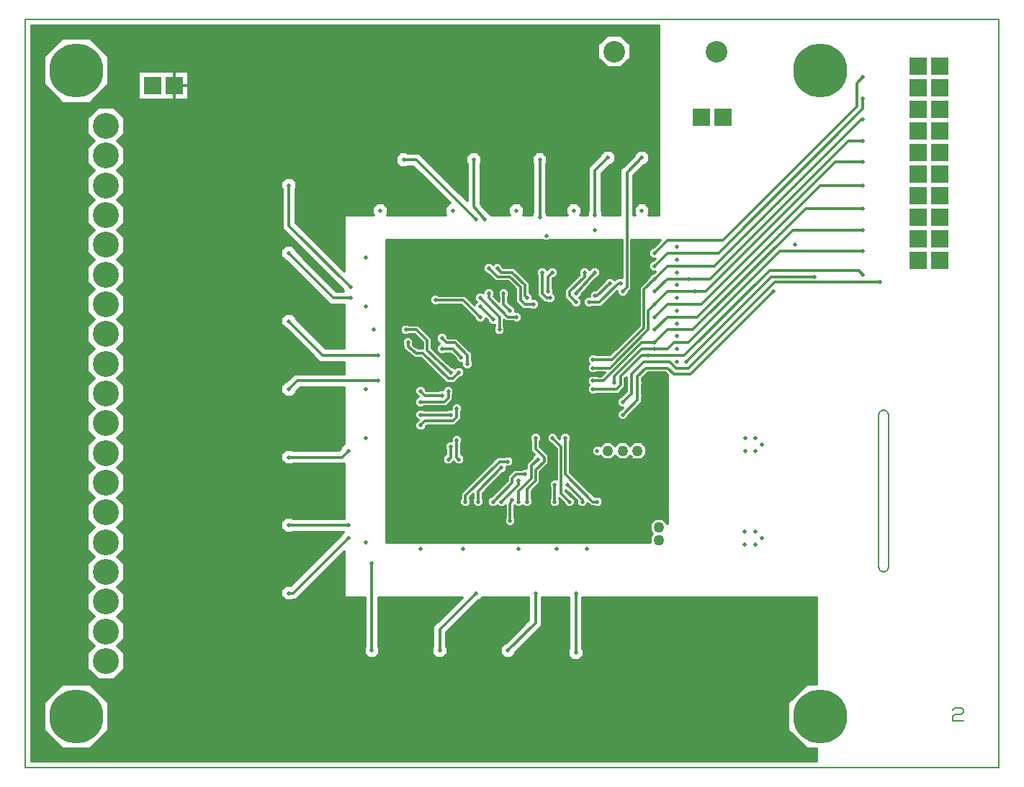
<source format=gbr>
G04 PROTEUS GERBER X2 FILE*
%TF.GenerationSoftware,Labcenter,Proteus,8.11-SP1-Build30228*%
%TF.CreationDate,2022-02-22T19:14:10+00:00*%
%TF.FileFunction,Copper,L3,Inr*%
%TF.FilePolarity,Positive*%
%TF.Part,Single*%
%TF.SameCoordinates,{6c2897ae-c00c-46c9-bae6-367ef81e3b77}*%
%FSLAX45Y45*%
%MOMM*%
G01*
%TA.AperFunction,Conductor*%
%ADD13C,0.304800*%
%TA.AperFunction,ViaPad*%
%ADD18C,0.508000*%
%ADD19C,0.381000*%
%TA.AperFunction,OtherPad,Unknown*%
%ADD21C,6.350000*%
%TA.AperFunction,ComponentPad*%
%ADD25C,3.048000*%
%TA.AperFunction,ComponentPad*%
%ADD32R,2.032000X2.032000*%
%TA.AperFunction,OtherPad,Unknown*%
%ADD36C,1.270000*%
%TA.AperFunction,ComponentPad*%
%ADD37C,2.540000*%
%TA.AperFunction,NonConductor*%
%ADD46C,0.203200*%
%TA.AperFunction,Profile*%
%ADD47C,0.203200*%
%TD.AperFunction*%
G36*
X+2937015Y+4466039D02*
X+2922646Y+4466039D01*
X+2883961Y+4427354D01*
X+2883961Y+4372646D01*
X+2922646Y+4333961D01*
X+2954937Y+4333961D01*
X+2937015Y+4316039D01*
X+2922646Y+4316039D01*
X+2883961Y+4277354D01*
X+2883961Y+4222646D01*
X+2922646Y+4183961D01*
X+2954937Y+4183961D01*
X+2937015Y+4166039D01*
X+2922646Y+4166039D01*
X+2883961Y+4127354D01*
X+2883961Y+4112985D01*
X+2769121Y+3998145D01*
X+2769121Y+3548145D01*
X+2426295Y+3205319D01*
X+2262559Y+3205834D01*
X+2252354Y+3216039D01*
X+2197646Y+3216039D01*
X+2158961Y+3177354D01*
X+2158961Y+3122646D01*
X+2181607Y+3100000D01*
X+2158961Y+3077354D01*
X+2158961Y+3022646D01*
X+2197646Y+2983961D01*
X+2252354Y+2983961D01*
X+2262360Y+2993967D01*
X+2364681Y+2993705D01*
X+2326854Y+2955878D01*
X+2285383Y+2955878D01*
X+2283595Y+2959825D01*
X+2259721Y+2958672D01*
X+2252354Y+2966039D01*
X+2197646Y+2966039D01*
X+2158961Y+2927354D01*
X+2158961Y+2872646D01*
X+2181607Y+2850000D01*
X+2158961Y+2827354D01*
X+2158961Y+2772646D01*
X+2197646Y+2733961D01*
X+2252354Y+2733961D01*
X+2262388Y+2743995D01*
X+2448092Y+2743608D01*
X+2448605Y+2744121D01*
X+2522623Y+2744121D01*
X+2539041Y+2760792D01*
X+2604929Y+2827697D01*
X+2605699Y+2926675D01*
X+2619121Y+2940097D01*
X+2619121Y+2773145D01*
X+2562015Y+2716039D01*
X+2547646Y+2716039D01*
X+2508961Y+2677354D01*
X+2508961Y+2622646D01*
X+2547646Y+2583961D01*
X+2579937Y+2583961D01*
X+2562015Y+2566039D01*
X+2547646Y+2566039D01*
X+2508961Y+2527354D01*
X+2508961Y+2472646D01*
X+2547646Y+2433961D01*
X+2602354Y+2433961D01*
X+2641039Y+2472646D01*
X+2641039Y+2487015D01*
X+2805879Y+2651855D01*
X+2805879Y+2704608D01*
X+2813427Y+2697060D01*
X+2836573Y+2697060D01*
X+2852940Y+2713427D01*
X+2852940Y+2736573D01*
X+2836573Y+2752940D01*
X+2813427Y+2752940D01*
X+2805879Y+2745392D01*
X+2805879Y+2854608D01*
X+2813427Y+2847060D01*
X+2836573Y+2847060D01*
X+2852940Y+2863427D01*
X+2852940Y+2886573D01*
X+2836573Y+2902940D01*
X+2813427Y+2902940D01*
X+2805879Y+2895392D01*
X+2805879Y+2926855D01*
X+2873146Y+2994122D01*
X+3076854Y+2994122D01*
X+3100000Y+2970976D01*
X+3100000Y+1222275D01*
X+3043136Y+1279139D01*
X+2956864Y+1279139D01*
X+2895861Y+1218136D01*
X+2895861Y+1131864D01*
X+2927725Y+1100000D01*
X+2895861Y+1068136D01*
X+2895861Y+1000000D01*
X-200000Y+1000000D01*
X-200000Y+4550000D01*
X+1640555Y+4550000D01*
X+1647670Y+4542885D01*
X+1702378Y+4542885D01*
X+1709493Y+4550000D01*
X+2569121Y+4550000D01*
X+2569121Y+4116039D01*
X+2522646Y+4116039D01*
X+2512486Y+4105879D01*
X+2501855Y+4105879D01*
X+2482184Y+4086208D01*
X+2452354Y+4116039D01*
X+2397646Y+4116039D01*
X+2358961Y+4077354D01*
X+2358961Y+4062985D01*
X+2262015Y+3966039D01*
X+2222646Y+3966039D01*
X+2183961Y+3927354D01*
X+2183961Y+3891039D01*
X+2147646Y+3891039D01*
X+2108961Y+3852354D01*
X+2108961Y+3797646D01*
X+2147646Y+3758961D01*
X+2202354Y+3758961D01*
X+2212514Y+3769121D01*
X+2323146Y+3769122D01*
X+2508961Y+3954937D01*
X+2508961Y+3922646D01*
X+2547646Y+3883961D01*
X+2602354Y+3883961D01*
X+2641039Y+3922646D01*
X+2641039Y+3937015D01*
X+2680879Y+3976855D01*
X+2680879Y+4550000D01*
X+3020976Y+4550000D01*
X+2937015Y+4466039D01*
G37*
%LPC*%
G36*
X+2854139Y+2118136D02*
X+2854139Y+2031864D01*
X+2793136Y+1970861D01*
X+2706864Y+1970861D01*
X+2702940Y+1974785D01*
X+2702940Y+1963427D01*
X+2686573Y+1947060D01*
X+2663427Y+1947060D01*
X+2647060Y+1963427D01*
X+2647060Y+1986573D01*
X+2663427Y+2002940D01*
X+2674785Y+2002940D01*
X+2662500Y+2015225D01*
X+2618136Y+1970861D01*
X+2531864Y+1970861D01*
X+2487500Y+2015225D01*
X+2443136Y+1970861D01*
X+2356864Y+1970861D01*
X+2310559Y+2017166D01*
X+2302354Y+2008961D01*
X+2247646Y+2008961D01*
X+2208961Y+2047646D01*
X+2208961Y+2102354D01*
X+2247646Y+2141039D01*
X+2302354Y+2141039D01*
X+2310559Y+2132834D01*
X+2356864Y+2179139D01*
X+2443136Y+2179139D01*
X+2487500Y+2134775D01*
X+2531864Y+2179139D01*
X+2618136Y+2179139D01*
X+2662500Y+2134775D01*
X+2706864Y+2179139D01*
X+2793136Y+2179139D01*
X+2854139Y+2118136D01*
G37*
G36*
X+2847060Y+2938427D02*
X+2847060Y+2961573D01*
X+2863427Y+2977940D01*
X+2886573Y+2977940D01*
X+2902940Y+2961573D01*
X+2902940Y+2938427D01*
X+2886573Y+2922060D01*
X+2863427Y+2922060D01*
X+2847060Y+2938427D01*
G37*
G36*
X+2797060Y+2563427D02*
X+2797060Y+2586573D01*
X+2813427Y+2602940D01*
X+2836573Y+2602940D01*
X+2852940Y+2586573D01*
X+2852940Y+2563427D01*
X+2836573Y+2547060D01*
X+2813427Y+2547060D01*
X+2797060Y+2563427D01*
G37*
G36*
X+2847060Y+2788427D02*
X+2847060Y+2811573D01*
X+2863427Y+2827940D01*
X+2886573Y+2827940D01*
X+2902940Y+2811573D01*
X+2902940Y+2788427D01*
X+2886573Y+2772060D01*
X+2863427Y+2772060D01*
X+2847060Y+2788427D01*
G37*
G36*
X+2847060Y+2638427D02*
X+2847060Y+2661573D01*
X+2863427Y+2677940D01*
X+2886573Y+2677940D01*
X+2902940Y+2661573D01*
X+2902940Y+2638427D01*
X+2886573Y+2622060D01*
X+2863427Y+2622060D01*
X+2847060Y+2638427D01*
G37*
G36*
X+2847060Y+2488427D02*
X+2847060Y+2511573D01*
X+2863427Y+2527940D01*
X+2886573Y+2527940D01*
X+2902940Y+2511573D01*
X+2902940Y+2488427D01*
X+2886573Y+2472060D01*
X+2863427Y+2472060D01*
X+2847060Y+2488427D01*
G37*
G36*
X+2377940Y+1830738D02*
X+2377940Y+1807592D01*
X+2370348Y+1800000D01*
X+2377940Y+1792408D01*
X+2377940Y+1769262D01*
X+2361573Y+1752895D01*
X+2338427Y+1752895D01*
X+2322060Y+1769262D01*
X+2322060Y+1792408D01*
X+2329652Y+1800000D01*
X+2322060Y+1807592D01*
X+2322060Y+1830738D01*
X+2338427Y+1847105D01*
X+2361573Y+1847105D01*
X+2377940Y+1830738D01*
G37*
G36*
X+2422060Y+1788427D02*
X+2422060Y+1811573D01*
X+2438427Y+1827940D01*
X+2461573Y+1827940D01*
X+2477940Y+1811573D01*
X+2477940Y+1788427D01*
X+2461573Y+1772060D01*
X+2438427Y+1772060D01*
X+2422060Y+1788427D01*
G37*
G36*
X+2852940Y+2336573D02*
X+2852940Y+2313427D01*
X+2842430Y+2302918D01*
X+2852940Y+2292408D01*
X+2852940Y+2269262D01*
X+2836573Y+2252895D01*
X+2813427Y+2252895D01*
X+2797060Y+2269262D01*
X+2797060Y+2292408D01*
X+2807570Y+2302918D01*
X+2797060Y+2313427D01*
X+2797060Y+2336573D01*
X+2813427Y+2352940D01*
X+2836573Y+2352940D01*
X+2852940Y+2336573D01*
G37*
G36*
X+2897060Y+2288427D02*
X+2897060Y+2311573D01*
X+2913427Y+2327940D01*
X+2936573Y+2327940D01*
X+2952940Y+2311573D01*
X+2952940Y+2288427D01*
X+2936573Y+2272060D01*
X+2913427Y+2272060D01*
X+2897060Y+2288427D01*
G37*
G36*
X+3053613Y+2335900D02*
X+3053613Y+2312754D01*
X+3040186Y+2299327D01*
X+3052940Y+2286573D01*
X+3052940Y+2263427D01*
X+3036573Y+2247060D01*
X+3013427Y+2247060D01*
X+2997060Y+2263427D01*
X+2997060Y+2286573D01*
X+3010487Y+2300000D01*
X+2997733Y+2312754D01*
X+2997733Y+2335900D01*
X+3014100Y+2352267D01*
X+3037246Y+2352267D01*
X+3053613Y+2335900D01*
G37*
G36*
X+2522060Y+1788427D02*
X+2522060Y+1811573D01*
X+2538427Y+1827940D01*
X+2561573Y+1827940D01*
X+2577940Y+1811573D01*
X+2577940Y+1788427D01*
X+2561573Y+1772060D01*
X+2538427Y+1772060D01*
X+2522060Y+1788427D01*
G37*
G36*
X+1291039Y+1977354D02*
X+1291039Y+1922646D01*
X+1252354Y+1883961D01*
X+1216039Y+1883961D01*
X+1216039Y+1847646D01*
X+1177354Y+1808961D01*
X+1162985Y+1808961D01*
X+930878Y+1576854D01*
X+930879Y+1512514D01*
X+941039Y+1502354D01*
X+941039Y+1447646D01*
X+902354Y+1408961D01*
X+847646Y+1408961D01*
X+808961Y+1447646D01*
X+808961Y+1502354D01*
X+819121Y+1512514D01*
X+819122Y+1565098D01*
X+780879Y+1526855D01*
X+780879Y+1512514D01*
X+791039Y+1502354D01*
X+791039Y+1447646D01*
X+752354Y+1408961D01*
X+697646Y+1408961D01*
X+658961Y+1447646D01*
X+658961Y+1502354D01*
X+669121Y+1512514D01*
X+669121Y+1573145D01*
X+1043036Y+1947060D01*
X+1038427Y+1947060D01*
X+1022060Y+1963427D01*
X+1022060Y+1986573D01*
X+1038427Y+2002940D01*
X+1061573Y+2002940D01*
X+1077940Y+1986573D01*
X+1077940Y+1981964D01*
X+1101855Y+2005879D01*
X+1187486Y+2005879D01*
X+1197646Y+2016039D01*
X+1252354Y+2016039D01*
X+1291039Y+1977354D01*
G37*
G36*
X+691039Y+2227354D02*
X+691039Y+2172646D01*
X+680879Y+2162486D01*
X+680879Y+2037514D01*
X+716039Y+2002354D01*
X+716039Y+1947646D01*
X+677354Y+1908961D01*
X+622646Y+1908961D01*
X+587500Y+1944107D01*
X+552354Y+1908961D01*
X+497646Y+1908961D01*
X+458961Y+1947646D01*
X+458961Y+2002354D01*
X+494122Y+2037515D01*
X+494121Y+2087486D01*
X+483961Y+2097646D01*
X+483961Y+2152354D01*
X+522646Y+2191039D01*
X+558961Y+2191039D01*
X+558961Y+2227354D01*
X+597646Y+2266039D01*
X+652354Y+2266039D01*
X+691039Y+2227354D01*
G37*
G36*
X+591039Y+2802354D02*
X+591039Y+2747646D01*
X+580879Y+2737486D01*
X+580879Y+2676855D01*
X+498145Y+2594121D01*
X+237514Y+2594121D01*
X+227354Y+2583961D01*
X+172646Y+2583961D01*
X+133961Y+2622646D01*
X+133961Y+2677354D01*
X+169107Y+2712500D01*
X+133961Y+2747646D01*
X+133961Y+2802354D01*
X+172646Y+2841039D01*
X+227354Y+2841039D01*
X+266039Y+2802354D01*
X+266039Y+2787985D01*
X+273145Y+2780879D01*
X+412486Y+2780879D01*
X+422646Y+2791039D01*
X+458961Y+2791039D01*
X+458961Y+2802354D01*
X+497646Y+2841039D01*
X+552354Y+2841039D01*
X+591039Y+2802354D01*
G37*
G36*
X+516039Y+3427354D02*
X+516039Y+3412986D01*
X+523146Y+3405879D01*
X+623145Y+3405879D01*
X+805879Y+3223146D01*
X+805879Y+3137514D01*
X+816039Y+3127354D01*
X+816039Y+3072646D01*
X+777354Y+3033961D01*
X+722646Y+3033961D01*
X+683961Y+3072646D01*
X+683961Y+3108961D01*
X+647646Y+3108961D01*
X+608961Y+3147646D01*
X+608961Y+3162014D01*
X+551854Y+3219121D01*
X+487514Y+3219121D01*
X+477354Y+3208961D01*
X+422646Y+3208961D01*
X+383961Y+3247646D01*
X+383961Y+3302354D01*
X+419107Y+3337500D01*
X+383961Y+3372646D01*
X+383961Y+3427354D01*
X+422646Y+3466039D01*
X+477354Y+3466039D01*
X+516039Y+3427354D01*
G37*
G36*
X+1241039Y+3952354D02*
X+1241039Y+3897646D01*
X+1230879Y+3887486D01*
X+1230878Y+3823146D01*
X+1262985Y+3791039D01*
X+1277354Y+3791039D01*
X+1316039Y+3752354D01*
X+1316039Y+3716039D01*
X+1352354Y+3716039D01*
X+1391039Y+3677354D01*
X+1391039Y+3622646D01*
X+1352354Y+3583961D01*
X+1297646Y+3583961D01*
X+1287486Y+3594121D01*
X+1201855Y+3594121D01*
X+1180879Y+3615097D01*
X+1180879Y+3537514D01*
X+1191039Y+3527354D01*
X+1191039Y+3472646D01*
X+1152354Y+3433961D01*
X+1097646Y+3433961D01*
X+1058961Y+3472646D01*
X+1058961Y+3527354D01*
X+1069121Y+3537514D01*
X+1069121Y+3558961D01*
X+1022646Y+3558961D01*
X+983961Y+3597646D01*
X+983961Y+3612015D01*
X+966039Y+3629937D01*
X+966039Y+3622646D01*
X+927354Y+3583961D01*
X+872646Y+3583961D01*
X+833961Y+3622646D01*
X+833961Y+3637015D01*
X+676855Y+3794121D01*
X+412514Y+3794121D01*
X+402354Y+3783961D01*
X+347646Y+3783961D01*
X+308961Y+3822646D01*
X+308961Y+3877354D01*
X+347646Y+3916039D01*
X+402354Y+3916039D01*
X+412514Y+3905879D01*
X+723145Y+3905879D01*
X+833961Y+3795063D01*
X+833961Y+3802354D01*
X+856607Y+3825000D01*
X+833961Y+3847646D01*
X+833961Y+3902354D01*
X+872646Y+3941039D01*
X+927354Y+3941039D01*
X+933961Y+3934432D01*
X+933961Y+3952354D01*
X+972646Y+3991039D01*
X+1027354Y+3991039D01*
X+1066039Y+3952354D01*
X+1066039Y+3897646D01*
X+1061208Y+3892816D01*
X+1119122Y+3834902D01*
X+1119121Y+3887486D01*
X+1108961Y+3897646D01*
X+1108961Y+3952354D01*
X+1147646Y+3991039D01*
X+1202354Y+3991039D01*
X+1241039Y+3952354D01*
G37*
G36*
X+1816039Y+4202354D02*
X+1816039Y+4147646D01*
X+1777354Y+4108961D01*
X+1762985Y+4108961D01*
X+1755879Y+4101855D01*
X+1755879Y+3987514D01*
X+1766039Y+3977354D01*
X+1766039Y+3927354D01*
X+1791039Y+3902354D01*
X+1791039Y+3847646D01*
X+1752354Y+3808961D01*
X+1697646Y+3808961D01*
X+1687486Y+3819121D01*
X+1651855Y+3819121D01*
X+1569122Y+3901854D01*
X+1569122Y+3925000D01*
X+1569121Y+4137486D01*
X+1558961Y+4147646D01*
X+1558961Y+4202354D01*
X+1597646Y+4241039D01*
X+1652354Y+4241039D01*
X+1687500Y+4205893D01*
X+1722646Y+4241039D01*
X+1777354Y+4241039D01*
X+1816039Y+4202354D01*
G37*
G36*
X+2372060Y+3338427D02*
X+2372060Y+3361573D01*
X+2388427Y+3377940D01*
X+2411573Y+3377940D01*
X+2427940Y+3361573D01*
X+2427940Y+3338427D01*
X+2411573Y+3322060D01*
X+2388427Y+3322060D01*
X+2372060Y+3338427D01*
G37*
G36*
X+2522060Y+3438427D02*
X+2522060Y+3461573D01*
X+2538427Y+3477940D01*
X+2561573Y+3477940D01*
X+2577940Y+3461573D01*
X+2577940Y+3438427D01*
X+2561573Y+3422060D01*
X+2538427Y+3422060D01*
X+2522060Y+3438427D01*
G37*
G36*
X+2316039Y+4202354D02*
X+2316039Y+4147646D01*
X+2277354Y+4108961D01*
X+2267026Y+4108961D01*
X+2186206Y+4019736D01*
X+2091039Y+3913225D01*
X+2091039Y+3897646D01*
X+2068393Y+3875000D01*
X+2091039Y+3852354D01*
X+2091039Y+3797646D01*
X+2052354Y+3758961D01*
X+1997646Y+3758961D01*
X+1958961Y+3797646D01*
X+1958961Y+3812015D01*
X+1894121Y+3876855D01*
X+1894121Y+3973145D01*
X+2063792Y+4142816D01*
X+2058961Y+4147646D01*
X+2058961Y+4202354D01*
X+2097646Y+4241039D01*
X+2152354Y+4241039D01*
X+2187500Y+4205893D01*
X+2222646Y+4241039D01*
X+2277354Y+4241039D01*
X+2316039Y+4202354D01*
G37*
G36*
X+1616039Y+2252354D02*
X+1616039Y+2197646D01*
X+1605879Y+2187486D01*
X+1605878Y+2123146D01*
X+1705879Y+2023145D01*
X+1705879Y+1926855D01*
X+1605878Y+1826854D01*
X+1605878Y+1701854D01*
X+1505879Y+1601855D01*
X+1505879Y+1512514D01*
X+1516039Y+1502354D01*
X+1516039Y+1447646D01*
X+1477354Y+1408961D01*
X+1422646Y+1408961D01*
X+1400000Y+1431607D01*
X+1377354Y+1408961D01*
X+1322646Y+1408961D01*
X+1305879Y+1425728D01*
X+1305879Y+1287514D01*
X+1316039Y+1277354D01*
X+1316039Y+1222646D01*
X+1277354Y+1183961D01*
X+1222646Y+1183961D01*
X+1183961Y+1222646D01*
X+1183961Y+1277354D01*
X+1194121Y+1287514D01*
X+1194121Y+1425728D01*
X+1177354Y+1408961D01*
X+1122646Y+1408961D01*
X+1100000Y+1431607D01*
X+1077354Y+1408961D01*
X+1022646Y+1408961D01*
X+983961Y+1447646D01*
X+983961Y+1502354D01*
X+1022646Y+1541039D01*
X+1037015Y+1541039D01*
X+1219121Y+1723145D01*
X+1219121Y+1773145D01*
X+1301855Y+1855879D01*
X+1387486Y+1855879D01*
X+1397646Y+1866039D01*
X+1444121Y+1866039D01*
X+1444121Y+1923145D01*
X+1508961Y+1987985D01*
X+1508961Y+2002354D01*
X+1538792Y+2032184D01*
X+1494122Y+2076854D01*
X+1494122Y+2100000D01*
X+1494121Y+2187486D01*
X+1483961Y+2197646D01*
X+1483961Y+2252354D01*
X+1522646Y+2291039D01*
X+1577354Y+2291039D01*
X+1616039Y+2252354D01*
G37*
G36*
X+1966039Y+2252354D02*
X+1966039Y+2197646D01*
X+1955879Y+2187486D01*
X+1955879Y+1823145D01*
X+2242816Y+1536208D01*
X+2247646Y+1541039D01*
X+2302354Y+1541039D01*
X+2341039Y+1502354D01*
X+2341039Y+1447646D01*
X+2302354Y+1408961D01*
X+2247646Y+1408961D01*
X+2237486Y+1419121D01*
X+2201855Y+1419121D01*
X+2166039Y+1454937D01*
X+2166039Y+1447646D01*
X+2127354Y+1408961D01*
X+2072646Y+1408961D01*
X+2033961Y+1447646D01*
X+2033961Y+1487015D01*
X+1912015Y+1608961D01*
X+1905879Y+1608961D01*
X+1905879Y+1598145D01*
X+1962985Y+1541039D01*
X+1977354Y+1541039D01*
X+2016039Y+1502354D01*
X+2016039Y+1447646D01*
X+1977354Y+1408961D01*
X+1922646Y+1408961D01*
X+1883961Y+1447646D01*
X+1883961Y+1462015D01*
X+1830879Y+1515097D01*
X+1830879Y+1512514D01*
X+1841039Y+1502354D01*
X+1841039Y+1447646D01*
X+1802354Y+1408961D01*
X+1747646Y+1408961D01*
X+1708961Y+1447646D01*
X+1708961Y+1502354D01*
X+1719121Y+1512514D01*
X+1719121Y+1637486D01*
X+1708961Y+1647646D01*
X+1708961Y+1702354D01*
X+1747646Y+1741039D01*
X+1794121Y+1741039D01*
X+1794121Y+2101855D01*
X+1737015Y+2158961D01*
X+1722646Y+2158961D01*
X+1683961Y+2197646D01*
X+1683961Y+2252354D01*
X+1722646Y+2291039D01*
X+1777354Y+2291039D01*
X+1816039Y+2252354D01*
X+1816039Y+2237985D01*
X+1833961Y+2220063D01*
X+1833961Y+2252354D01*
X+1872646Y+2291039D01*
X+1927354Y+2291039D01*
X+1966039Y+2252354D01*
G37*
G36*
X+1166039Y+4252354D02*
X+1166039Y+4237985D01*
X+1173146Y+4230878D01*
X+1298146Y+4230878D01*
X+1480878Y+4048146D01*
X+1480878Y+3937515D01*
X+1516039Y+3902354D01*
X+1516039Y+3866039D01*
X+1552354Y+3866039D01*
X+1591039Y+3827354D01*
X+1591039Y+3772646D01*
X+1552354Y+3733961D01*
X+1497646Y+3733961D01*
X+1487486Y+3744121D01*
X+1401855Y+3744121D01*
X+1319121Y+3826855D01*
X+1319121Y+3976855D01*
X+1226855Y+4069121D01*
X+1076855Y+4069121D01*
X+987015Y+4158961D01*
X+972646Y+4158961D01*
X+933961Y+4197646D01*
X+933961Y+4252354D01*
X+972646Y+4291039D01*
X+1027354Y+4291039D01*
X+1050000Y+4268393D01*
X+1072646Y+4291039D01*
X+1127354Y+4291039D01*
X+1166039Y+4252354D01*
G37*
G36*
X+1647060Y+2910747D02*
X+1647060Y+2933893D01*
X+1663427Y+2950260D01*
X+1686573Y+2950260D01*
X+1702940Y+2933893D01*
X+1702940Y+2910747D01*
X+1686573Y+2894380D01*
X+1663427Y+2894380D01*
X+1647060Y+2910747D01*
G37*
G36*
X+1799460Y+2910747D02*
X+1799460Y+2933893D01*
X+1815827Y+2950260D01*
X+1838973Y+2950260D01*
X+1855340Y+2933893D01*
X+1855340Y+2910747D01*
X+1838973Y+2894380D01*
X+1815827Y+2894380D01*
X+1799460Y+2910747D01*
G37*
G36*
X+1799460Y+2760887D02*
X+1799460Y+2784033D01*
X+1815827Y+2800400D01*
X+1838973Y+2800400D01*
X+1855340Y+2784033D01*
X+1855340Y+2760887D01*
X+1838973Y+2744520D01*
X+1815827Y+2744520D01*
X+1799460Y+2760887D01*
G37*
G36*
X+1799460Y+2608487D02*
X+1799460Y+2631633D01*
X+1815827Y+2648000D01*
X+1838973Y+2648000D01*
X+1855340Y+2631633D01*
X+1855340Y+2608487D01*
X+1838973Y+2592120D01*
X+1815827Y+2592120D01*
X+1799460Y+2608487D01*
G37*
G36*
X+1647060Y+2608487D02*
X+1647060Y+2631633D01*
X+1663427Y+2648000D01*
X+1686573Y+2648000D01*
X+1702940Y+2631633D01*
X+1702940Y+2608487D01*
X+1686573Y+2592120D01*
X+1663427Y+2592120D01*
X+1647060Y+2608487D01*
G37*
G36*
X+1494660Y+2608487D02*
X+1494660Y+2631633D01*
X+1511027Y+2648000D01*
X+1534173Y+2648000D01*
X+1550540Y+2631633D01*
X+1550540Y+2608487D01*
X+1534173Y+2592120D01*
X+1511027Y+2592120D01*
X+1494660Y+2608487D01*
G37*
G36*
X+1492120Y+2763427D02*
X+1492120Y+2786573D01*
X+1508487Y+2802940D01*
X+1531633Y+2802940D01*
X+1548000Y+2786573D01*
X+1548000Y+2763427D01*
X+1531633Y+2747060D01*
X+1508487Y+2747060D01*
X+1492120Y+2763427D01*
G37*
G36*
X+1647060Y+2763427D02*
X+1647060Y+2786573D01*
X+1663427Y+2802940D01*
X+1686573Y+2802940D01*
X+1702940Y+2786573D01*
X+1702940Y+2763427D01*
X+1686573Y+2747060D01*
X+1663427Y+2747060D01*
X+1647060Y+2763427D01*
G37*
G36*
X+1352420Y+2763427D02*
X+1352420Y+2786573D01*
X+1368787Y+2802940D01*
X+1391933Y+2802940D01*
X+1408300Y+2786573D01*
X+1408300Y+2763427D01*
X+1391933Y+2747060D01*
X+1368787Y+2747060D01*
X+1352420Y+2763427D01*
G37*
G36*
X+1352420Y+2608487D02*
X+1352420Y+2631633D01*
X+1368787Y+2648000D01*
X+1391933Y+2648000D01*
X+1408300Y+2631633D01*
X+1408300Y+2608487D01*
X+1391933Y+2592120D01*
X+1368787Y+2592120D01*
X+1352420Y+2608487D01*
G37*
G36*
X+1352420Y+2461167D02*
X+1352420Y+2484313D01*
X+1368787Y+2500680D01*
X+1391933Y+2500680D01*
X+1408300Y+2484313D01*
X+1408300Y+2461167D01*
X+1391933Y+2444800D01*
X+1368787Y+2444800D01*
X+1352420Y+2461167D01*
G37*
G36*
X+1494660Y+2461167D02*
X+1494660Y+2484313D01*
X+1511027Y+2500680D01*
X+1534173Y+2500680D01*
X+1550540Y+2484313D01*
X+1550540Y+2461167D01*
X+1534173Y+2444800D01*
X+1511027Y+2444800D01*
X+1494660Y+2461167D01*
G37*
G36*
X+1644520Y+2461167D02*
X+1644520Y+2484313D01*
X+1660887Y+2500680D01*
X+1684033Y+2500680D01*
X+1700400Y+2484313D01*
X+1700400Y+2461167D01*
X+1684033Y+2444800D01*
X+1660887Y+2444800D01*
X+1644520Y+2461167D01*
G37*
G36*
X+1796920Y+2461167D02*
X+1796920Y+2484313D01*
X+1813287Y+2500680D01*
X+1836433Y+2500680D01*
X+1852800Y+2484313D01*
X+1852800Y+2461167D01*
X+1836433Y+2444800D01*
X+1813287Y+2444800D01*
X+1796920Y+2461167D01*
G37*
G36*
X+1944240Y+2461167D02*
X+1944240Y+2484313D01*
X+1960607Y+2500680D01*
X+1983753Y+2500680D01*
X+2000120Y+2484313D01*
X+2000120Y+2461167D01*
X+1983753Y+2444800D01*
X+1960607Y+2444800D01*
X+1944240Y+2461167D01*
G37*
G36*
X+1944240Y+2608487D02*
X+1944240Y+2631633D01*
X+1960607Y+2648000D01*
X+1983753Y+2648000D01*
X+2000120Y+2631633D01*
X+2000120Y+2608487D01*
X+1983753Y+2592120D01*
X+1960607Y+2592120D01*
X+1944240Y+2608487D01*
G37*
G36*
X+1944240Y+2763427D02*
X+1944240Y+2786573D01*
X+1960607Y+2802940D01*
X+1983753Y+2802940D01*
X+2000120Y+2786573D01*
X+2000120Y+2763427D01*
X+1983753Y+2747060D01*
X+1960607Y+2747060D01*
X+1944240Y+2763427D01*
G37*
G36*
X+1944240Y+2913287D02*
X+1944240Y+2936433D01*
X+1960607Y+2952800D01*
X+1983753Y+2952800D01*
X+2000120Y+2936433D01*
X+2000120Y+2913287D01*
X+1983753Y+2896920D01*
X+1960607Y+2896920D01*
X+1944240Y+2913287D01*
G37*
G36*
X+1352420Y+2910747D02*
X+1352420Y+2933893D01*
X+1368787Y+2950260D01*
X+1391933Y+2950260D01*
X+1408300Y+2933893D01*
X+1408300Y+2910747D01*
X+1391933Y+2894380D01*
X+1368787Y+2894380D01*
X+1352420Y+2910747D01*
G37*
G36*
X+1497200Y+2910747D02*
X+1497200Y+2933893D01*
X+1513567Y+2950260D01*
X+1536713Y+2950260D01*
X+1553080Y+2933893D01*
X+1553080Y+2910747D01*
X+1536713Y+2894380D01*
X+1513567Y+2894380D01*
X+1497200Y+2910747D01*
G37*
G36*
X+1647060Y+3063147D02*
X+1647060Y+3086293D01*
X+1663427Y+3102660D01*
X+1686573Y+3102660D01*
X+1702940Y+3086293D01*
X+1702940Y+3063147D01*
X+1686573Y+3046780D01*
X+1663427Y+3046780D01*
X+1647060Y+3063147D01*
G37*
G36*
X+1799460Y+3063147D02*
X+1799460Y+3086293D01*
X+1815827Y+3102660D01*
X+1838973Y+3102660D01*
X+1855340Y+3086293D01*
X+1855340Y+3063147D01*
X+1838973Y+3046780D01*
X+1815827Y+3046780D01*
X+1799460Y+3063147D01*
G37*
G36*
X+1944240Y+3063147D02*
X+1944240Y+3086293D01*
X+1960607Y+3102660D01*
X+1983753Y+3102660D01*
X+2000120Y+3086293D01*
X+2000120Y+3063147D01*
X+1983753Y+3046780D01*
X+1960607Y+3046780D01*
X+1944240Y+3063147D01*
G37*
G36*
X+1497200Y+3063147D02*
X+1497200Y+3086293D01*
X+1513567Y+3102660D01*
X+1536713Y+3102660D01*
X+1553080Y+3086293D01*
X+1553080Y+3063147D01*
X+1536713Y+3046780D01*
X+1513567Y+3046780D01*
X+1497200Y+3063147D01*
G37*
G36*
X+1873120Y+2435767D02*
X+1873120Y+2458913D01*
X+1889487Y+2475280D01*
X+1912633Y+2475280D01*
X+1929000Y+2458913D01*
X+1929000Y+2435767D01*
X+1912633Y+2419400D01*
X+1889487Y+2419400D01*
X+1873120Y+2435767D01*
G37*
G36*
X+1723260Y+2435767D02*
X+1723260Y+2458913D01*
X+1739627Y+2475280D01*
X+1762773Y+2475280D01*
X+1779140Y+2458913D01*
X+1779140Y+2435767D01*
X+1762773Y+2419400D01*
X+1739627Y+2419400D01*
X+1723260Y+2435767D01*
G37*
G36*
X+1570860Y+2435767D02*
X+1570860Y+2458913D01*
X+1587227Y+2475280D01*
X+1610373Y+2475280D01*
X+1626740Y+2458913D01*
X+1626740Y+2435767D01*
X+1610373Y+2419400D01*
X+1587227Y+2419400D01*
X+1570860Y+2435767D01*
G37*
G36*
X+1421000Y+2435767D02*
X+1421000Y+2458913D01*
X+1437367Y+2475280D01*
X+1460513Y+2475280D01*
X+1476880Y+2458913D01*
X+1476880Y+2435767D01*
X+1460513Y+2419400D01*
X+1437367Y+2419400D01*
X+1421000Y+2435767D01*
G37*
G36*
X+1321940Y+2537367D02*
X+1321940Y+2560513D01*
X+1338307Y+2576880D01*
X+1361453Y+2576880D01*
X+1377820Y+2560513D01*
X+1377820Y+2537367D01*
X+1361453Y+2521000D01*
X+1338307Y+2521000D01*
X+1321940Y+2537367D01*
G37*
G36*
X+1321940Y+2684687D02*
X+1321940Y+2707833D01*
X+1338307Y+2724200D01*
X+1361453Y+2724200D01*
X+1377820Y+2707833D01*
X+1377820Y+2684687D01*
X+1361453Y+2668320D01*
X+1338307Y+2668320D01*
X+1321940Y+2684687D01*
G37*
G36*
X+1321940Y+2839627D02*
X+1321940Y+2862773D01*
X+1338307Y+2879140D01*
X+1361453Y+2879140D01*
X+1377820Y+2862773D01*
X+1377820Y+2839627D01*
X+1361453Y+2823260D01*
X+1338307Y+2823260D01*
X+1321940Y+2839627D01*
G37*
G36*
X+1321940Y+2986947D02*
X+1321940Y+3010093D01*
X+1338307Y+3026460D01*
X+1361453Y+3026460D01*
X+1377820Y+3010093D01*
X+1377820Y+2986947D01*
X+1361453Y+2970580D01*
X+1338307Y+2970580D01*
X+1321940Y+2986947D01*
G37*
G36*
X+1352420Y+3063147D02*
X+1352420Y+3086293D01*
X+1368787Y+3102660D01*
X+1391933Y+3102660D01*
X+1408300Y+3086293D01*
X+1408300Y+3063147D01*
X+1391933Y+3046780D01*
X+1368787Y+3046780D01*
X+1352420Y+3063147D01*
G37*
G36*
X+1423540Y+3088547D02*
X+1423540Y+3111693D01*
X+1439907Y+3128060D01*
X+1463053Y+3128060D01*
X+1479420Y+3111693D01*
X+1479420Y+3088547D01*
X+1463053Y+3072180D01*
X+1439907Y+3072180D01*
X+1423540Y+3088547D01*
G37*
G36*
X+1573400Y+3088547D02*
X+1573400Y+3111693D01*
X+1589767Y+3128060D01*
X+1612913Y+3128060D01*
X+1629280Y+3111693D01*
X+1629280Y+3088547D01*
X+1612913Y+3072180D01*
X+1589767Y+3072180D01*
X+1573400Y+3088547D01*
G37*
G36*
X+1723260Y+3088547D02*
X+1723260Y+3111693D01*
X+1739627Y+3128060D01*
X+1762773Y+3128060D01*
X+1779140Y+3111693D01*
X+1779140Y+3088547D01*
X+1762773Y+3072180D01*
X+1739627Y+3072180D01*
X+1723260Y+3088547D01*
G37*
G36*
X+1873120Y+3088547D02*
X+1873120Y+3111693D01*
X+1889487Y+3128060D01*
X+1912633Y+3128060D01*
X+1929000Y+3111693D01*
X+1929000Y+3088547D01*
X+1912633Y+3072180D01*
X+1889487Y+3072180D01*
X+1873120Y+3088547D01*
G37*
G36*
X+1974720Y+2986947D02*
X+1974720Y+3010093D01*
X+1991087Y+3026460D01*
X+2014233Y+3026460D01*
X+2030600Y+3010093D01*
X+2030600Y+2986947D01*
X+2014233Y+2970580D01*
X+1991087Y+2970580D01*
X+1974720Y+2986947D01*
G37*
G36*
X+1974720Y+2837087D02*
X+1974720Y+2860233D01*
X+1991087Y+2876600D01*
X+2014233Y+2876600D01*
X+2030600Y+2860233D01*
X+2030600Y+2837087D01*
X+2014233Y+2820720D01*
X+1991087Y+2820720D01*
X+1974720Y+2837087D01*
G37*
G36*
X+1974720Y+2684687D02*
X+1974720Y+2707833D01*
X+1991087Y+2724200D01*
X+2014233Y+2724200D01*
X+2030600Y+2707833D01*
X+2030600Y+2684687D01*
X+2014233Y+2668320D01*
X+1991087Y+2668320D01*
X+1974720Y+2684687D01*
G37*
G36*
X+1974720Y+2537367D02*
X+1974720Y+2560513D01*
X+1991087Y+2576880D01*
X+2014233Y+2576880D01*
X+2030600Y+2560513D01*
X+2030600Y+2537367D01*
X+2014233Y+2521000D01*
X+1991087Y+2521000D01*
X+1974720Y+2537367D01*
G37*
G36*
X+147060Y+4088427D02*
X+147060Y+4111573D01*
X+163427Y+4127940D01*
X+186573Y+4127940D01*
X+202940Y+4111573D01*
X+202940Y+4088427D01*
X+186573Y+4072060D01*
X+163427Y+4072060D01*
X+147060Y+4088427D01*
G37*
G36*
X+62514Y+3555879D02*
X+173146Y+3555878D01*
X+330879Y+3398145D01*
X+330879Y+3279799D01*
X+562154Y+3066039D01*
X+577354Y+3066039D01*
X+600000Y+3043393D01*
X+622646Y+3066039D01*
X+677354Y+3066039D01*
X+716039Y+3027354D01*
X+716039Y+2972646D01*
X+677354Y+2933961D01*
X+662985Y+2933961D01*
X+598145Y+2869121D01*
X+501855Y+2869121D01*
X+201855Y+3169121D01*
X+131374Y+3169121D01*
X+5921Y+3263211D01*
X-5879Y+3286811D01*
X-5879Y+3312486D01*
X-16039Y+3322646D01*
X-16039Y+3377354D01*
X+22646Y+3416039D01*
X+77354Y+3416039D01*
X+116039Y+3377354D01*
X+116039Y+3322646D01*
X+114709Y+3321316D01*
X+168626Y+3280879D01*
X+219121Y+3280879D01*
X+219121Y+3351855D01*
X+126854Y+3444122D01*
X+62514Y+3444121D01*
X+52354Y+3433961D01*
X-2354Y+3433961D01*
X-41039Y+3472646D01*
X-41039Y+3527354D01*
X-2354Y+3566039D01*
X+52354Y+3566039D01*
X+62514Y+3555879D01*
G37*
G36*
X+147060Y+3313427D02*
X+147060Y+3336573D01*
X+163427Y+3352940D01*
X+186573Y+3352940D01*
X+202940Y+3336573D01*
X+202940Y+3313427D01*
X+186573Y+3297060D01*
X+163427Y+3297060D01*
X+147060Y+3313427D01*
G37*
G36*
X+691039Y+2602354D02*
X+691039Y+2547646D01*
X+680879Y+2537486D01*
X+680879Y+2451855D01*
X+598145Y+2369121D01*
X+273145Y+2369121D01*
X+266039Y+2362015D01*
X+266039Y+2347646D01*
X+227354Y+2308961D01*
X+172646Y+2308961D01*
X+133961Y+2347646D01*
X+133961Y+2402354D01*
X+169107Y+2437500D01*
X+133961Y+2472646D01*
X+133961Y+2527354D01*
X+172646Y+2566039D01*
X+227354Y+2566039D01*
X+237514Y+2555879D01*
X+512486Y+2555879D01*
X+522646Y+2566039D01*
X+558961Y+2566039D01*
X+558961Y+2602354D01*
X+597646Y+2641039D01*
X+652354Y+2641039D01*
X+691039Y+2602354D01*
G37*
G36*
X-52940Y+2363427D02*
X-52940Y+2386573D01*
X-36573Y+2402940D01*
X-13427Y+2402940D01*
X+2940Y+2386573D01*
X+2940Y+2363427D01*
X-13427Y+2347060D01*
X-36573Y+2347060D01*
X-52940Y+2363427D01*
G37*
G36*
X+1122060Y+1213427D02*
X+1122060Y+1236573D01*
X+1138427Y+1252940D01*
X+1161573Y+1252940D01*
X+1177940Y+1236573D01*
X+1177940Y+1213427D01*
X+1161573Y+1197060D01*
X+1138427Y+1197060D01*
X+1122060Y+1213427D01*
G37*
G36*
X+2272060Y+1563427D02*
X+2272060Y+1586573D01*
X+2288427Y+1602940D01*
X+2311573Y+1602940D01*
X+2327940Y+1586573D01*
X+2327940Y+1563427D01*
X+2311573Y+1547060D01*
X+2288427Y+1547060D01*
X+2272060Y+1563427D01*
G37*
G36*
X+2447060Y+2563427D02*
X+2447060Y+2586573D01*
X+2463427Y+2602940D01*
X+2486573Y+2602940D01*
X+2502940Y+2586573D01*
X+2502940Y+2563427D01*
X+2486573Y+2547060D01*
X+2463427Y+2547060D01*
X+2447060Y+2563427D01*
G37*
G36*
X+2197060Y+2588427D02*
X+2197060Y+2611573D01*
X+2213427Y+2627940D01*
X+2236573Y+2627940D01*
X+2252940Y+2611573D01*
X+2252940Y+2588427D01*
X+2236573Y+2572060D01*
X+2213427Y+2572060D01*
X+2197060Y+2588427D01*
G37*
%LPD*%
G36*
X+3000000Y+4850000D02*
X+2879314Y+4850000D01*
X+2891439Y+4862125D01*
X+2891439Y+4937875D01*
X+2837875Y+4991439D01*
X+2762125Y+4991439D01*
X+2708561Y+4937875D01*
X+2708561Y+4862125D01*
X+2720686Y+4850000D01*
X+2706279Y+4850000D01*
X+2706279Y+5316335D01*
X+2823505Y+5433561D01*
X+2837875Y+5433561D01*
X+2891439Y+5487125D01*
X+2891439Y+5562875D01*
X+2837875Y+5616439D01*
X+2762125Y+5616439D01*
X+2708561Y+5562875D01*
X+2708561Y+5548505D01*
X+2543721Y+5383665D01*
X+2543721Y+4850000D01*
X+2341439Y+4850000D01*
X+2341439Y+4887875D01*
X+2331279Y+4898035D01*
X+2331279Y+5341335D01*
X+2423505Y+5433561D01*
X+2437875Y+5433561D01*
X+2491439Y+5487125D01*
X+2491439Y+5562875D01*
X+2437875Y+5616439D01*
X+2362125Y+5616439D01*
X+2308561Y+5562875D01*
X+2308561Y+5548505D01*
X+2168721Y+5408665D01*
X+2168721Y+4898035D01*
X+2158561Y+4887875D01*
X+2158561Y+4850000D01*
X+2079314Y+4850000D01*
X+2091439Y+4862125D01*
X+2091439Y+4937875D01*
X+2037875Y+4991439D01*
X+1962125Y+4991439D01*
X+1908561Y+4937875D01*
X+1908561Y+4862125D01*
X+1920686Y+4850000D01*
X+1691439Y+4850000D01*
X+1691439Y+4862875D01*
X+1681279Y+4873035D01*
X+1681279Y+5451965D01*
X+1691439Y+5462125D01*
X+1691439Y+5537875D01*
X+1637875Y+5591439D01*
X+1562125Y+5591439D01*
X+1508561Y+5537875D01*
X+1508561Y+5462125D01*
X+1518721Y+5451965D01*
X+1518721Y+4873035D01*
X+1508561Y+4862875D01*
X+1508561Y+4850000D01*
X+1404314Y+4850000D01*
X+1416439Y+4862125D01*
X+1416439Y+4937875D01*
X+1362875Y+4991439D01*
X+1287125Y+4991439D01*
X+1233561Y+4937875D01*
X+1233561Y+4862125D01*
X+1245686Y+4850000D01*
X+1029314Y+4850000D01*
X+987875Y+4891439D01*
X+981923Y+4891439D01*
X+906279Y+4979982D01*
X+906279Y+5451965D01*
X+916439Y+5462125D01*
X+916439Y+5537875D01*
X+862875Y+5591439D01*
X+787125Y+5591439D01*
X+733561Y+5537875D01*
X+733561Y+5462125D01*
X+743721Y+5451965D01*
X+743721Y+5021223D01*
X+183665Y+5581279D01*
X+48035Y+5581279D01*
X+37875Y+5591439D01*
X-37875Y+5591439D01*
X-91439Y+5537875D01*
X-91439Y+5462125D01*
X-37875Y+5408561D01*
X+37875Y+5408561D01*
X+48035Y+5418721D01*
X+116335Y+5418721D01*
X+543617Y+4991439D01*
X+537125Y+4991439D01*
X+483561Y+4937875D01*
X+483561Y+4862125D01*
X+495686Y+4850000D01*
X-195686Y+4850000D01*
X-183561Y+4862125D01*
X-183561Y+4937875D01*
X-237125Y+4991439D01*
X-312875Y+4991439D01*
X-366439Y+4937875D01*
X-366439Y+4862125D01*
X-354314Y+4850000D01*
X-700000Y+4850000D01*
X-700000Y+4189944D01*
X-1268721Y+4758665D01*
X-1268721Y+5151965D01*
X-1258561Y+5162125D01*
X-1258561Y+5237875D01*
X-1312125Y+5291439D01*
X-1387875Y+5291439D01*
X-1441439Y+5237875D01*
X-1441439Y+5162125D01*
X-1431279Y+5151965D01*
X-1431279Y+4691335D01*
X-716439Y+3976495D01*
X-716439Y+3962125D01*
X-710593Y+3956279D01*
X-791335Y+3956279D01*
X-1258561Y+4423505D01*
X-1258561Y+4437875D01*
X-1312125Y+4491439D01*
X-1387875Y+4491439D01*
X-1441439Y+4437875D01*
X-1441439Y+4362125D01*
X-1387875Y+4308561D01*
X-1373505Y+4308561D01*
X-858665Y+3793721D01*
X-700000Y+3793721D01*
X-700000Y+3281279D01*
X-916335Y+3281279D01*
X-1258561Y+3623505D01*
X-1258561Y+3637875D01*
X-1312125Y+3691439D01*
X-1387875Y+3691439D01*
X-1441439Y+3637875D01*
X-1441439Y+3562125D01*
X-1387875Y+3508561D01*
X-1373505Y+3508561D01*
X-983665Y+3118721D01*
X-700000Y+3118721D01*
X-700000Y+2982017D01*
X-1282073Y+2982871D01*
X-1373505Y+2891439D01*
X-1387875Y+2891439D01*
X-1441439Y+2837875D01*
X-1441439Y+2762125D01*
X-1387875Y+2708561D01*
X-1312125Y+2708561D01*
X-1258561Y+2762125D01*
X-1258561Y+2776495D01*
X-1214845Y+2820211D01*
X-700000Y+2819400D01*
X-700000Y+2154314D01*
X-741439Y+2112875D01*
X-741439Y+2098505D01*
X-758665Y+2081279D01*
X-1301965Y+2081279D01*
X-1312125Y+2091439D01*
X-1387875Y+2091439D01*
X-1441439Y+2037875D01*
X-1441439Y+1962125D01*
X-1387875Y+1908561D01*
X-1312125Y+1908561D01*
X-1301965Y+1918721D01*
X-700000Y+1918721D01*
X-700000Y+1281279D01*
X-1301965Y+1281279D01*
X-1312125Y+1291439D01*
X-1387875Y+1291439D01*
X-1441439Y+1237875D01*
X-1441439Y+1162125D01*
X-1387875Y+1108561D01*
X-1312125Y+1108561D01*
X-1301965Y+1118721D01*
X-710593Y+1118721D01*
X-741439Y+1087875D01*
X-741439Y+1073505D01*
X-1323505Y+491439D01*
X-1387875Y+491439D01*
X-1441439Y+437875D01*
X-1441439Y+362125D01*
X-1387875Y+308561D01*
X-1312125Y+308561D01*
X-1301965Y+318721D01*
X-1266335Y+318721D01*
X-700000Y+885056D01*
X-700000Y+350000D01*
X-456279Y+350000D01*
X-456279Y-226965D01*
X-466439Y-237125D01*
X-466439Y-312875D01*
X-412875Y-366439D01*
X-337125Y-366439D01*
X-283561Y-312875D01*
X-283561Y-237125D01*
X-293721Y-226965D01*
X-293721Y+350000D01*
X+685056Y+350000D01*
X+343721Y+8665D01*
X+343721Y-226965D01*
X+333561Y-237125D01*
X+333561Y-312875D01*
X+387125Y-366439D01*
X+462875Y-366439D01*
X+516439Y-312875D01*
X+516439Y-237125D01*
X+506279Y-226965D01*
X+506279Y-58665D01*
X+873505Y+308561D01*
X+887875Y+308561D01*
X+929314Y+350000D01*
X+1468721Y+350000D01*
X+1468721Y+83665D01*
X+1201495Y-183561D01*
X+1187125Y-183561D01*
X+1133561Y-237125D01*
X+1133561Y-312875D01*
X+1187125Y-366439D01*
X+1262875Y-366439D01*
X+1316439Y-312875D01*
X+1316439Y-298505D01*
X+1631279Y+16335D01*
X+1631279Y+350000D01*
X+1943721Y+350000D01*
X+1943721Y-251965D01*
X+1933561Y-262125D01*
X+1933561Y-337875D01*
X+1987125Y-391439D01*
X+2062875Y-391439D01*
X+2116439Y-337875D01*
X+2116439Y-262125D01*
X+2106279Y-251965D01*
X+2106279Y+350000D01*
X+4850000Y+350000D01*
X+4850000Y-666461D01*
X+4741133Y-666461D01*
X+4516461Y-891133D01*
X+4516461Y-1208867D01*
X+4741133Y-1433539D01*
X+4850000Y-1433539D01*
X+4850000Y-1573800D01*
X-4373800Y-1573800D01*
X-4373800Y+7073800D01*
X+3000000Y+7073800D01*
X+3000000Y+4850000D01*
G37*
%LPC*%
G36*
X-4233539Y-1208867D02*
X-4233539Y-891133D01*
X-4008867Y-666461D01*
X-3691133Y-666461D01*
X-3466461Y-891133D01*
X-3466461Y-1208867D01*
X-3691133Y-1433539D01*
X-4008867Y-1433539D01*
X-4233539Y-1208867D01*
G37*
G36*
X-4233539Y+6391133D02*
X-4233539Y+6708867D01*
X-4008867Y+6933539D01*
X-3691133Y+6933539D01*
X-3466461Y+6708867D01*
X-3466461Y+6391133D01*
X-3691133Y+6166461D01*
X-4008867Y+6166461D01*
X-4233539Y+6391133D01*
G37*
G36*
X-3281561Y+5990480D02*
X-3281561Y+5809520D01*
X-3366081Y+5725000D01*
X-3281561Y+5640480D01*
X-3281561Y+5459520D01*
X-3366081Y+5375000D01*
X-3281561Y+5290480D01*
X-3281561Y+5109520D01*
X-3366081Y+5025000D01*
X-3281561Y+4940480D01*
X-3281561Y+4759520D01*
X-3366081Y+4675000D01*
X-3281561Y+4590480D01*
X-3281561Y+4409520D01*
X-3366081Y+4325000D01*
X-3281561Y+4240480D01*
X-3281561Y+4059520D01*
X-3366081Y+3975000D01*
X-3281561Y+3890480D01*
X-3281561Y+3709520D01*
X-3366081Y+3625000D01*
X-3281561Y+3540480D01*
X-3281561Y+3359520D01*
X-3366081Y+3275000D01*
X-3281561Y+3190480D01*
X-3281561Y+3009520D01*
X-3366081Y+2925000D01*
X-3281561Y+2840480D01*
X-3281561Y+2659520D01*
X-3366081Y+2575000D01*
X-3281561Y+2490480D01*
X-3281561Y+2309520D01*
X-3366081Y+2225000D01*
X-3281561Y+2140480D01*
X-3281561Y+1959520D01*
X-3366081Y+1875000D01*
X-3281561Y+1790480D01*
X-3281561Y+1609520D01*
X-3366081Y+1525000D01*
X-3281561Y+1440480D01*
X-3281561Y+1259520D01*
X-3366081Y+1175000D01*
X-3281561Y+1090480D01*
X-3281561Y+909520D01*
X-3366081Y+825000D01*
X-3281561Y+740480D01*
X-3281561Y+559520D01*
X-3366081Y+475000D01*
X-3281561Y+390480D01*
X-3281561Y+209520D01*
X-3366081Y+125000D01*
X-3281561Y+40480D01*
X-3281561Y-140480D01*
X-3366081Y-225000D01*
X-3281561Y-309520D01*
X-3281561Y-490480D01*
X-3409520Y-618439D01*
X-3590480Y-618439D01*
X-3718439Y-490480D01*
X-3718439Y-309520D01*
X-3633919Y-225000D01*
X-3718439Y-140480D01*
X-3718439Y+40480D01*
X-3633919Y+125000D01*
X-3718439Y+209520D01*
X-3718439Y+390480D01*
X-3633919Y+475000D01*
X-3718439Y+559520D01*
X-3718439Y+740480D01*
X-3633919Y+825000D01*
X-3718439Y+909520D01*
X-3718439Y+1090480D01*
X-3633919Y+1175000D01*
X-3718439Y+1259520D01*
X-3718439Y+1440480D01*
X-3633919Y+1525000D01*
X-3718439Y+1609520D01*
X-3718439Y+1790480D01*
X-3633919Y+1875000D01*
X-3718439Y+1959520D01*
X-3718439Y+2140480D01*
X-3633919Y+2225000D01*
X-3718439Y+2309520D01*
X-3718439Y+2490480D01*
X-3633919Y+2575000D01*
X-3718439Y+2659520D01*
X-3718439Y+2840480D01*
X-3633919Y+2925000D01*
X-3718439Y+3009520D01*
X-3718439Y+3190480D01*
X-3633919Y+3275000D01*
X-3718439Y+3359520D01*
X-3718439Y+3540480D01*
X-3633919Y+3625000D01*
X-3718439Y+3709520D01*
X-3718439Y+3890480D01*
X-3633919Y+3975000D01*
X-3718439Y+4059520D01*
X-3718439Y+4240480D01*
X-3633919Y+4325000D01*
X-3718439Y+4409520D01*
X-3718439Y+4590480D01*
X-3633919Y+4675000D01*
X-3718439Y+4759520D01*
X-3718439Y+4940480D01*
X-3633919Y+5025000D01*
X-3718439Y+5109520D01*
X-3718439Y+5290480D01*
X-3633919Y+5375000D01*
X-3718439Y+5459520D01*
X-3718439Y+5640480D01*
X-3633919Y+5725000D01*
X-3718439Y+5809520D01*
X-3718439Y+5990480D01*
X-3590480Y+6118439D01*
X-3409520Y+6118439D01*
X-3281561Y+5990480D01*
G37*
G36*
X+2281961Y+6695041D02*
X+2281961Y+6854959D01*
X+2395041Y+6968039D01*
X+2554959Y+6968039D01*
X+2668039Y+6854959D01*
X+2668039Y+6695041D01*
X+2554959Y+6581961D01*
X+2395041Y+6581961D01*
X+2281961Y+6695041D01*
G37*
G36*
X-2528361Y+6207361D02*
X-3117639Y+6207361D01*
X-3117639Y+6542639D01*
X-2528361Y+6542639D01*
X-2528361Y+6207361D01*
G37*
G36*
X-2677940Y-86573D02*
X-2677940Y-63427D01*
X-2661573Y-47060D01*
X-2638427Y-47060D01*
X-2622060Y-63427D01*
X-2622060Y-86573D01*
X-2638427Y-102940D01*
X-2661573Y-102940D01*
X-2677940Y-86573D01*
G37*
G36*
X-2902940Y-761573D02*
X-2902940Y-738427D01*
X-2886573Y-722060D01*
X-2863427Y-722060D01*
X-2847060Y-738427D01*
X-2847060Y-761573D01*
X-2863427Y-777940D01*
X-2886573Y-777940D01*
X-2902940Y-761573D01*
G37*
G36*
X-2977940Y-686573D02*
X-2977940Y-663427D01*
X-2961573Y-647060D01*
X-2938427Y-647060D01*
X-2922060Y-663427D01*
X-2922060Y-686573D01*
X-2938427Y-702940D01*
X-2961573Y-702940D01*
X-2977940Y-686573D01*
G37*
G36*
X-2802940Y+38427D02*
X-2802940Y+61573D01*
X-2786573Y+77940D01*
X-2763427Y+77940D01*
X-2747060Y+61573D01*
X-2747060Y+38427D01*
X-2763427Y+22060D01*
X-2786573Y+22060D01*
X-2802940Y+38427D01*
G37*
G36*
X-3102940Y-561573D02*
X-3102940Y-538427D01*
X-3086573Y-522060D01*
X-3063427Y-522060D01*
X-3047060Y-538427D01*
X-3047060Y-561573D01*
X-3063427Y-577940D01*
X-3086573Y-577940D01*
X-3102940Y-561573D01*
G37*
G36*
X-2777940Y-886573D02*
X-2777940Y-863427D01*
X-2761573Y-847060D01*
X-2738427Y-847060D01*
X-2722060Y-863427D01*
X-2722060Y-886573D01*
X-2738427Y-902940D01*
X-2761573Y-902940D01*
X-2777940Y-886573D01*
G37*
%LPD*%
D13*
X+2249368Y+2900913D02*
X+2225000Y+2900000D01*
X+2875000Y+3200000D02*
X+2800000Y+3200000D01*
X+2550000Y+2950000D01*
X+2549228Y+2850772D01*
X+2499228Y+2800000D01*
X+2425460Y+2800000D01*
X+2424999Y+2799539D01*
X+2225000Y+2800000D01*
X+2475000Y+2875000D02*
X+2475000Y+2950000D01*
X+2800000Y+3275000D01*
X+2950000Y+3275000D01*
X+2225000Y+2900000D02*
X+2350000Y+2900000D01*
X+2800000Y+3350000D01*
X+2950000Y+3350000D01*
X+2225000Y+3050000D02*
X+2424438Y+3049438D01*
X+2875000Y+3500000D01*
X+2875000Y+3725000D01*
X+2950000Y+3800000D01*
X+2225000Y+3150000D02*
X+2449368Y+3149368D01*
X+2825000Y+3525000D01*
X+2825000Y+3975000D01*
X+2950000Y+4100000D01*
X+1150000Y+1875000D02*
X+875000Y+1600000D01*
X+875000Y+1475000D01*
X+725000Y+1475000D02*
X+725000Y+1550000D01*
X+1125000Y+1950000D01*
X+1225000Y+1950000D01*
X+625000Y+2200000D02*
X+625000Y+2000000D01*
X+650000Y+1975000D01*
X+550000Y+2125000D02*
X+550000Y+2000000D01*
X+525000Y+1975000D01*
X+200000Y+2650000D02*
X+475000Y+2650000D01*
X+525000Y+2700000D01*
X+525000Y+2775000D01*
X-1350000Y+3600000D02*
X-950000Y+3200000D01*
X-300000Y+3200000D01*
X+450000Y+3275000D02*
X+574999Y+3275000D01*
X+673454Y+3176545D01*
X+675000Y+3176545D01*
X+675000Y+3175000D01*
X+750000Y+3100000D02*
X+750000Y+3200001D01*
X+600000Y+3350000D01*
X+500001Y+3350000D01*
X+450000Y+3400000D01*
X+900000Y+3775000D02*
X+1050000Y+3625000D01*
X+1250000Y+3725000D02*
X+1175000Y+3800000D01*
X+1175000Y+3925000D01*
X+1325000Y+3650000D02*
X+1225000Y+3650000D01*
X+1000000Y+3875000D01*
X+1000000Y+3925000D01*
X+1725000Y+3875000D02*
X+1675000Y+3875000D01*
X+1625000Y+3925000D01*
X+1625000Y+4175000D01*
X+2250000Y+4175000D02*
X+2025000Y+3925000D01*
X+2250000Y+3900000D02*
X+2275000Y+3900000D01*
X+2425000Y+4050000D01*
X+2175000Y+3825000D02*
X+2300000Y+3825000D01*
X+2525000Y+4050000D01*
X+2550000Y+4050000D01*
X+2025000Y+3825000D02*
X+1950000Y+3900000D01*
X+1950000Y+3950000D01*
X+2125000Y+4125000D01*
X+2125000Y+4175000D01*
X+1150000Y+1475000D02*
X+1350000Y+1675000D01*
X+1350000Y+1725000D01*
X+1425000Y+1800000D02*
X+1325000Y+1800000D01*
X+1275000Y+1750000D01*
X+1275000Y+1700000D01*
X+1050000Y+1475000D01*
X+1775000Y+1475000D02*
X+1775000Y+1675000D01*
X+1750000Y+2225000D02*
X+1850000Y+2125000D01*
X+1850000Y+1575000D01*
X+1950000Y+1475000D01*
X+1575000Y+1975000D02*
X+1500000Y+1900000D01*
X+1500000Y+1750000D01*
X+1350000Y+1600000D01*
X+1350000Y+1475000D01*
X+1550000Y+2225000D02*
X+1550000Y+2100000D01*
X+1650000Y+2000000D01*
X+1650000Y+1950000D01*
X+1550000Y+1850000D01*
X+1550000Y+1725000D01*
X+1450000Y+1625000D01*
X+1450000Y+1475000D01*
X-375000Y-275000D02*
X-375000Y+750000D01*
X+1225000Y-275000D02*
X+1550000Y+50000D01*
X+1550000Y+400000D01*
X+2025000Y-300000D02*
X+2025000Y+400000D01*
X+1900000Y+2225000D02*
X+1900000Y+1800000D01*
X+2225000Y+1475000D01*
X+2275000Y+1475000D01*
X+850000Y+4800000D02*
X+150000Y+5500000D01*
X+0Y+5500000D01*
X-1350000Y+400000D02*
X-1300000Y+400000D01*
X-650000Y+1050000D01*
X-1350000Y+1200000D02*
X-650000Y+1200000D01*
X-1350000Y+2800000D02*
X-1350000Y+2801545D01*
X-1348458Y+2801542D01*
X-1248458Y+2901542D01*
X-300000Y+2900102D01*
X-1350000Y+5200000D02*
X-1350000Y+4725000D01*
X-625000Y+4000000D01*
X-1350000Y+4400000D02*
X-825000Y+3875000D01*
X-625000Y+3875000D01*
X+2800000Y+5525000D02*
X+2625000Y+5350000D01*
X+2625000Y+4000000D01*
X+2575000Y+3950000D01*
X+375000Y+3850000D02*
X+700000Y+3850000D01*
X+900000Y+3650000D01*
X+1000000Y+4225000D02*
X+1100000Y+4125000D01*
X+1250000Y+4125000D01*
X+1375000Y+4000000D01*
X+1375000Y+3850000D01*
X+1425000Y+3800000D01*
X+1525000Y+3800000D01*
X+1450000Y+3875000D02*
X+1425000Y+3900000D01*
X+1425000Y+4025000D01*
X+1275000Y+4175000D01*
X+1150000Y+4175000D01*
X+1100000Y+4225000D01*
X+1700000Y+3950000D02*
X+1700000Y+4125000D01*
X+1750000Y+4175000D01*
X+825000Y+5500000D02*
X+825000Y+4950000D01*
X+950000Y+4800000D01*
X+2225000Y+2900000D02*
X+2248650Y+2901545D01*
X+2248018Y+2900913D01*
X+2249368Y+2900913D01*
X+5400000Y+4150000D02*
X+5350000Y+4200000D01*
X+4300000Y+4200000D01*
X+3300000Y+3200000D01*
X+2875000Y+3200000D01*
X+5400000Y+6475000D02*
X+5325000Y+6400000D01*
X+5325000Y+6125000D01*
X+3750000Y+4550000D01*
X+3100000Y+4550000D01*
X+2950000Y+4400000D01*
X+5400000Y+6225000D02*
X+5400000Y+6100000D01*
X+3700000Y+4400000D01*
X+3100000Y+4400000D01*
X+2950000Y+4250000D01*
X+5400000Y+5975000D02*
X+5375000Y+5975000D01*
X+3650000Y+4250000D01*
X+3100000Y+4250000D01*
X+2950000Y+4100000D01*
X+5400000Y+5200000D02*
X+4900000Y+5200000D01*
X+3500000Y+3800000D01*
X+3100000Y+3800000D01*
X+2950000Y+3650000D01*
X+5400000Y+4925000D02*
X+4725000Y+4925000D01*
X+3450000Y+3650000D01*
X+3100000Y+3650000D01*
X+2950000Y+3500000D01*
X+5400000Y+4675000D02*
X+4575000Y+4675000D01*
X+3400000Y+3500000D01*
X+3100000Y+3500000D01*
X+2950000Y+3350000D01*
X+5400000Y+4425000D02*
X+4425000Y+4425000D01*
X+3350000Y+3350000D01*
X+3175000Y+3350000D01*
X+3100000Y+3275000D01*
X+2950000Y+3275000D01*
X+2575000Y+2650000D02*
X+2675000Y+2750000D01*
X+2675000Y+2975000D01*
X+2825000Y+3125000D01*
X+3125000Y+3125000D01*
X+3200000Y+3050000D01*
X+3350000Y+3050000D01*
X+4362500Y+4062500D01*
X+5601600Y+4058800D01*
X+2575000Y+2500000D02*
X+2750000Y+2675000D01*
X+2750000Y+2950000D01*
X+2850000Y+3050000D01*
X+3100000Y+3050000D01*
X+3174896Y+2975104D01*
X+3375104Y+2975104D01*
X+4350000Y+3950000D01*
X+5400000Y+5725000D02*
X+5225000Y+5725000D01*
X+3600000Y+4100000D01*
X+3350000Y+4100000D01*
X+3100000Y+4100000D01*
X+2950000Y+3950000D01*
X+5400000Y+5475000D02*
X+5075000Y+5475000D01*
X+3550000Y+3950000D01*
X+3425000Y+3950000D01*
X+3100000Y+3950000D01*
X+2950000Y+3800000D01*
X+1125000Y+3500000D02*
X+1125000Y+3650000D01*
X+900000Y+3875000D01*
X+650000Y+3000000D02*
X+575000Y+2925000D01*
X+525000Y+2925000D01*
X+225000Y+3225000D01*
X+150000Y+3225000D01*
X+50000Y+3300000D01*
X+50000Y+3350000D01*
X+550000Y+3000000D02*
X+275000Y+3255357D01*
X+275000Y+3375000D01*
X+150000Y+3500000D01*
X+25000Y+3500000D01*
X+450000Y+2725000D02*
X+250000Y+2725000D01*
X+200000Y+2775000D01*
X+625000Y+2575000D02*
X+625000Y+2475000D01*
X+575000Y+2425000D01*
X+250000Y+2425000D01*
X+200000Y+2375000D01*
X+550000Y+2500000D02*
X+200000Y+2500000D01*
X-1350000Y+2000000D02*
X-725000Y+2000000D01*
X-650000Y+2075000D01*
X+425000Y-275000D02*
X+425000Y-25000D01*
X+850000Y+400000D01*
X+1250000Y+1250000D02*
X+1250000Y+1450000D01*
X+1275000Y+1500000D01*
X+1925000Y+1675000D02*
X+2100000Y+1500000D01*
X+2100000Y+1475000D01*
X+4825000Y+4125000D02*
X+4325000Y+4125000D01*
X+3325000Y+3125000D01*
X+1600000Y+5500000D02*
X+1600000Y+4825000D01*
X+2400000Y+5525000D02*
X+2250000Y+5375000D01*
X+2250000Y+4850000D01*
D18*
X+2875000Y+2950000D03*
X+2825000Y+2875000D03*
X+2825000Y+2575000D03*
X+2825000Y+2725000D03*
X+2875000Y+2800000D03*
X+2875000Y+2650000D03*
X+2875000Y+2500000D03*
X+2350000Y+1819165D03*
X+2350000Y+1780835D03*
X+2450000Y+1800000D03*
X+2825000Y+2325000D03*
X+2825000Y+2280835D03*
X+2925000Y+2300000D03*
X+3025673Y+2324327D03*
X+3025000Y+2275000D03*
X+4013449Y+2075000D03*
X+4013449Y+2225000D03*
X+4213449Y+2150000D03*
X+4138449Y+2075000D03*
X+4138449Y+2225000D03*
X+4010040Y+975000D03*
X+4010040Y+1125000D03*
X+4135040Y+1125000D03*
X+4135040Y+975000D03*
X+4210040Y+1050000D03*
X+2225000Y+2800000D03*
X+2475000Y+2875000D03*
X+2225000Y+3050000D03*
X+2225000Y+3150000D03*
X+2550000Y+1800000D03*
X+1150000Y+1875000D03*
X+875000Y+1475000D03*
X+725000Y+1475000D03*
X+1225000Y+1950000D03*
X+625000Y+2200000D03*
X+650000Y+1975000D03*
X+550000Y+2125000D03*
X+525000Y+1975000D03*
X+525000Y+2775000D03*
X-1350000Y+3600000D03*
X-300000Y+3200000D03*
X+675000Y+3175000D03*
X+450000Y+3275000D03*
X+750000Y+3100000D03*
X+450000Y+3400000D03*
X+1050000Y+3625000D03*
X+900000Y+3775000D03*
X+1250000Y+3725000D03*
X+1175000Y+3925000D03*
X+1325000Y+3650000D03*
X+1000000Y+3925000D03*
X+1725000Y+3875000D03*
X+2400000Y+3350000D03*
X+2550000Y+3450000D03*
X+2250000Y+4175000D03*
X+2025000Y+3925000D03*
X+2250000Y+3900000D03*
X+2425000Y+4050000D03*
X+2175000Y+3825000D03*
X+2025000Y+3825000D03*
X+1150000Y+1475000D03*
X+1350000Y+1725000D03*
X+1425000Y+1800000D03*
X+1050000Y+1475000D03*
X+1775000Y+1475000D03*
X+1775000Y+1675000D03*
X+1750000Y+2225000D03*
X+1950000Y+1475000D03*
X+1575000Y+1975000D03*
X+1350000Y+1475000D03*
X+1550000Y+2225000D03*
X+1450000Y+1475000D03*
X-375000Y-275000D03*
X-375000Y+750000D03*
X+1225000Y-275000D03*
X+1550000Y+400000D03*
X+2025000Y-300000D03*
X+2025000Y+400000D03*
X+1900000Y+2225000D03*
X+2275000Y+1475000D03*
X+850000Y+4800000D03*
X+0Y+5500000D03*
X-1350000Y+400000D03*
X-650000Y+1050000D03*
X-1350000Y+1200000D03*
X-650000Y+1200000D03*
X-1350000Y+2800000D03*
X-300000Y+2900102D03*
X-1350000Y+5200000D03*
X-625000Y+4000000D03*
X-1350000Y+4400000D03*
X-625000Y+3875000D03*
X+2800000Y+5525000D03*
X+2575000Y+3950000D03*
X+375000Y+3850000D03*
X+900000Y+3650000D03*
X+1000000Y+4225000D03*
X+1525000Y+3800000D03*
X+1450000Y+3875000D03*
X+1100000Y+4225000D03*
X+1700000Y+3950000D03*
X+1750000Y+4175000D03*
X+825000Y+5500000D03*
X+950000Y+4800000D03*
X+2675000Y+1975000D03*
X+2225000Y+2900000D03*
D19*
X+1675000Y+2922320D03*
X+1827400Y+2922320D03*
X+1827400Y+2772460D03*
X+1827400Y+2620060D03*
X+1675000Y+2620060D03*
X+1522600Y+2620060D03*
X+1520060Y+2775000D03*
X+1675000Y+2775000D03*
X+1380360Y+2775000D03*
X+1380360Y+2620060D03*
X+1380360Y+2472740D03*
X+1522600Y+2472740D03*
X+1672460Y+2472740D03*
X+1824860Y+2472740D03*
X+1972180Y+2472740D03*
X+1972180Y+2620060D03*
X+1972180Y+2775000D03*
X+1972180Y+2924860D03*
X+1380360Y+2922320D03*
X+1525140Y+2922320D03*
X+1675000Y+3074720D03*
X+1827400Y+3074720D03*
X+1972180Y+3074720D03*
X+1525140Y+3074720D03*
X+1901060Y+2447340D03*
X+1751200Y+2447340D03*
X+1598800Y+2447340D03*
X+1448940Y+2447340D03*
X+1349880Y+2548940D03*
X+1349880Y+2696260D03*
X+1349880Y+2851200D03*
X+1349880Y+2998520D03*
X+1380360Y+3074720D03*
X+1451480Y+3100120D03*
X+1601340Y+3100120D03*
X+1751200Y+3100120D03*
X+1901060Y+3100120D03*
X+2002660Y+2998520D03*
X+2002660Y+2848660D03*
X+2002660Y+2696260D03*
X+2002660Y+2548940D03*
D18*
X-2650000Y-75000D03*
X-2875000Y-750000D03*
X-2950000Y-675000D03*
X-2775000Y+50000D03*
X-3075000Y-550000D03*
X-2750000Y-875000D03*
X+2875000Y+3200000D03*
X+5400000Y+4150000D03*
X+5400000Y+6475000D03*
X+2950000Y+4400000D03*
X+5400000Y+6225000D03*
X+2950000Y+4250000D03*
X+5400000Y+5975000D03*
X+2950000Y+4100000D03*
X+5400000Y+5725000D03*
X+2950000Y+3950000D03*
X+5400000Y+5475000D03*
X+2950000Y+3800000D03*
X+5400000Y+5200000D03*
X+2950000Y+3650000D03*
X+5400000Y+4925000D03*
X+2950000Y+3500000D03*
X+5400000Y+4675000D03*
X+2950000Y+3350000D03*
X+5400000Y+4425000D03*
X+2950000Y+3275000D03*
X+4600000Y+4500000D03*
X+3210000Y+3425000D03*
X+3210000Y+3575000D03*
X+3210000Y+3725000D03*
X+3210000Y+4025000D03*
X+3210000Y+3875000D03*
X+3210000Y+4175000D03*
X+3210000Y+4475000D03*
X+3210000Y+4325000D03*
X+3210000Y+3275000D03*
X+3210000Y+3125000D03*
X+2575000Y+2650000D03*
X+5601600Y+4058800D03*
X+2575000Y+2500000D03*
X+4350000Y+3950000D03*
X+3350000Y+4100000D03*
X+3425000Y+3950000D03*
X+1675024Y+4608924D03*
X+175000Y+4100000D03*
X+1125000Y+3500000D03*
X+900000Y+3875000D03*
X+650000Y+3000000D03*
X+50000Y+3350000D03*
X+550000Y+3000000D03*
X+25000Y+3500000D03*
X+175000Y+3325000D03*
X+450000Y+2725000D03*
X+200000Y+2775000D03*
X+625000Y+2575000D03*
X+550000Y+2500000D03*
X+200000Y+2500000D03*
X+200000Y+2375000D03*
X-25000Y+2375000D03*
X-1350000Y+2000000D03*
X-650000Y+2075000D03*
X+1050000Y+1975000D03*
X+425000Y-275000D03*
X+850000Y+400000D03*
X+1250000Y+1250000D03*
X+1275000Y+1500000D03*
X+1150000Y+1225000D03*
X+1925000Y+1675000D03*
X+2100000Y+1475000D03*
X+2300000Y+1575000D03*
X+4825000Y+4125000D03*
X+3325000Y+3125000D03*
X+1600000Y+5500000D03*
X+1600000Y+4825000D03*
X+2250000Y+4675000D03*
X+2125000Y+4175000D03*
X+1625000Y+4175000D03*
X+2550000Y+4050000D03*
X+200000Y+2650000D03*
X+2150000Y+925000D03*
X+1800000Y+925000D03*
X+1350000Y+925000D03*
X+700000Y+925000D03*
X-450000Y+1000000D03*
X-450000Y+2225000D03*
X-450000Y+2800000D03*
X-350000Y+3500000D03*
X-450000Y+3775000D03*
X-450000Y+4350000D03*
X+575000Y+4900000D03*
X+2000000Y+4900000D03*
X+2800000Y+4900000D03*
X+1325000Y+4900000D03*
X+2400000Y+5525000D03*
X+2250000Y+4850000D03*
X-275000Y+4900000D03*
X+200000Y+925000D03*
X+2475000Y+2575000D03*
X+2275000Y+2075000D03*
X+2225000Y+2600000D03*
D13*
X+2937015Y+4466039D02*
X+2922646Y+4466039D01*
X+2883961Y+4427354D01*
X+2883961Y+4372646D01*
X+2922646Y+4333961D01*
X+2954937Y+4333961D01*
X+2937015Y+4316039D01*
X+2922646Y+4316039D01*
X+2883961Y+4277354D01*
X+2883961Y+4222646D01*
X+2922646Y+4183961D01*
X+2954937Y+4183961D01*
X+2937015Y+4166039D01*
X+2922646Y+4166039D01*
X+2883961Y+4127354D01*
X+2883961Y+4112985D01*
X+2769121Y+3998145D01*
X+2769121Y+3548145D01*
X+2426295Y+3205319D01*
X+2262559Y+3205834D01*
X+2252354Y+3216039D01*
X+2197646Y+3216039D01*
X+2158961Y+3177354D01*
X+2158961Y+3122646D01*
X+2181607Y+3100000D01*
X+2158961Y+3077354D01*
X+2158961Y+3022646D01*
X+2197646Y+2983961D01*
X+2252354Y+2983961D01*
X+2262360Y+2993967D01*
X+2364681Y+2993705D01*
X+2326854Y+2955878D01*
X+2285383Y+2955878D01*
X+2283595Y+2959825D01*
X+2259721Y+2958672D01*
X+2252354Y+2966039D01*
X+2197646Y+2966039D01*
X+2158961Y+2927354D01*
X+2158961Y+2872646D01*
X+2181607Y+2850000D01*
X+2158961Y+2827354D01*
X+2158961Y+2772646D01*
X+2197646Y+2733961D01*
X+2252354Y+2733961D01*
X+2262388Y+2743995D01*
X+2448092Y+2743608D01*
X+2448605Y+2744121D01*
X+2522623Y+2744121D01*
X+2539041Y+2760792D01*
X+2604929Y+2827697D01*
X+2605699Y+2926675D01*
X+2619121Y+2940097D01*
X+2619121Y+2773145D01*
X+2562015Y+2716039D01*
X+2547646Y+2716039D01*
X+2508961Y+2677354D01*
X+2508961Y+2622646D01*
X+2547646Y+2583961D01*
X+2579937Y+2583961D01*
X+2562015Y+2566039D01*
X+2547646Y+2566039D01*
X+2508961Y+2527354D01*
X+2508961Y+2472646D01*
X+2547646Y+2433961D01*
X+2602354Y+2433961D01*
X+2641039Y+2472646D01*
X+2641039Y+2487015D01*
X+2805879Y+2651855D01*
X+2805879Y+2704608D01*
X+2813427Y+2697060D01*
X+2836573Y+2697060D01*
X+2852940Y+2713427D01*
X+2852940Y+2736573D01*
X+2836573Y+2752940D01*
X+2813427Y+2752940D01*
X+2805879Y+2745392D01*
X+2805879Y+2854608D01*
X+2813427Y+2847060D01*
X+2836573Y+2847060D01*
X+2852940Y+2863427D01*
X+2852940Y+2886573D01*
X+2836573Y+2902940D01*
X+2813427Y+2902940D01*
X+2805879Y+2895392D01*
X+2805879Y+2926855D01*
X+2873146Y+2994122D01*
X+3076854Y+2994122D01*
X+3100000Y+2970976D01*
X+3100000Y+1222275D01*
X+3043136Y+1279139D01*
X+2956864Y+1279139D01*
X+2895861Y+1218136D01*
X+2895861Y+1131864D01*
X+2927725Y+1100000D01*
X+2895861Y+1068136D01*
X+2895861Y+1000000D01*
X-200000Y+1000000D01*
X-200000Y+4550000D01*
X+1640555Y+4550000D01*
X+1647670Y+4542885D01*
X+1702378Y+4542885D01*
X+1709493Y+4550000D01*
X+2569121Y+4550000D01*
X+2569121Y+4116039D01*
X+2522646Y+4116039D01*
X+2512486Y+4105879D01*
X+2501855Y+4105879D01*
X+2482184Y+4086208D01*
X+2452354Y+4116039D01*
X+2397646Y+4116039D01*
X+2358961Y+4077354D01*
X+2358961Y+4062985D01*
X+2262015Y+3966039D01*
X+2222646Y+3966039D01*
X+2183961Y+3927354D01*
X+2183961Y+3891039D01*
X+2147646Y+3891039D01*
X+2108961Y+3852354D01*
X+2108961Y+3797646D01*
X+2147646Y+3758961D01*
X+2202354Y+3758961D01*
X+2212514Y+3769121D01*
X+2323146Y+3769122D01*
X+2508961Y+3954937D01*
X+2508961Y+3922646D01*
X+2547646Y+3883961D01*
X+2602354Y+3883961D01*
X+2641039Y+3922646D01*
X+2641039Y+3937015D01*
X+2680879Y+3976855D01*
X+2680879Y+4550000D01*
X+3020976Y+4550000D01*
X+2937015Y+4466039D01*
X+2854139Y+2118136D02*
X+2854139Y+2031864D01*
X+2793136Y+1970861D01*
X+2706864Y+1970861D01*
X+2702940Y+1974785D01*
X+2702940Y+1963427D01*
X+2686573Y+1947060D01*
X+2663427Y+1947060D01*
X+2647060Y+1963427D01*
X+2647060Y+1986573D01*
X+2663427Y+2002940D01*
X+2674785Y+2002940D01*
X+2662500Y+2015225D01*
X+2618136Y+1970861D01*
X+2531864Y+1970861D01*
X+2487500Y+2015225D01*
X+2443136Y+1970861D01*
X+2356864Y+1970861D01*
X+2310559Y+2017166D01*
X+2302354Y+2008961D01*
X+2247646Y+2008961D01*
X+2208961Y+2047646D01*
X+2208961Y+2102354D01*
X+2247646Y+2141039D01*
X+2302354Y+2141039D01*
X+2310559Y+2132834D01*
X+2356864Y+2179139D01*
X+2443136Y+2179139D01*
X+2487500Y+2134775D01*
X+2531864Y+2179139D01*
X+2618136Y+2179139D01*
X+2662500Y+2134775D01*
X+2706864Y+2179139D01*
X+2793136Y+2179139D01*
X+2854139Y+2118136D01*
X+2847060Y+2938427D02*
X+2847060Y+2961573D01*
X+2863427Y+2977940D01*
X+2886573Y+2977940D01*
X+2902940Y+2961573D01*
X+2902940Y+2938427D01*
X+2886573Y+2922060D01*
X+2863427Y+2922060D01*
X+2847060Y+2938427D01*
X+2797060Y+2563427D02*
X+2797060Y+2586573D01*
X+2813427Y+2602940D01*
X+2836573Y+2602940D01*
X+2852940Y+2586573D01*
X+2852940Y+2563427D01*
X+2836573Y+2547060D01*
X+2813427Y+2547060D01*
X+2797060Y+2563427D01*
X+2847060Y+2788427D02*
X+2847060Y+2811573D01*
X+2863427Y+2827940D01*
X+2886573Y+2827940D01*
X+2902940Y+2811573D01*
X+2902940Y+2788427D01*
X+2886573Y+2772060D01*
X+2863427Y+2772060D01*
X+2847060Y+2788427D01*
X+2847060Y+2638427D02*
X+2847060Y+2661573D01*
X+2863427Y+2677940D01*
X+2886573Y+2677940D01*
X+2902940Y+2661573D01*
X+2902940Y+2638427D01*
X+2886573Y+2622060D01*
X+2863427Y+2622060D01*
X+2847060Y+2638427D01*
X+2847060Y+2488427D02*
X+2847060Y+2511573D01*
X+2863427Y+2527940D01*
X+2886573Y+2527940D01*
X+2902940Y+2511573D01*
X+2902940Y+2488427D01*
X+2886573Y+2472060D01*
X+2863427Y+2472060D01*
X+2847060Y+2488427D01*
X+2377940Y+1830738D02*
X+2377940Y+1807592D01*
X+2370348Y+1800000D01*
X+2377940Y+1792408D01*
X+2377940Y+1769262D01*
X+2361573Y+1752895D01*
X+2338427Y+1752895D01*
X+2322060Y+1769262D01*
X+2322060Y+1792408D01*
X+2329652Y+1800000D01*
X+2322060Y+1807592D01*
X+2322060Y+1830738D01*
X+2338427Y+1847105D01*
X+2361573Y+1847105D01*
X+2377940Y+1830738D01*
X+2422060Y+1788427D02*
X+2422060Y+1811573D01*
X+2438427Y+1827940D01*
X+2461573Y+1827940D01*
X+2477940Y+1811573D01*
X+2477940Y+1788427D01*
X+2461573Y+1772060D01*
X+2438427Y+1772060D01*
X+2422060Y+1788427D01*
X+2852940Y+2336573D02*
X+2852940Y+2313427D01*
X+2842430Y+2302918D01*
X+2852940Y+2292408D01*
X+2852940Y+2269262D01*
X+2836573Y+2252895D01*
X+2813427Y+2252895D01*
X+2797060Y+2269262D01*
X+2797060Y+2292408D01*
X+2807570Y+2302918D01*
X+2797060Y+2313427D01*
X+2797060Y+2336573D01*
X+2813427Y+2352940D01*
X+2836573Y+2352940D01*
X+2852940Y+2336573D01*
X+2897060Y+2288427D02*
X+2897060Y+2311573D01*
X+2913427Y+2327940D01*
X+2936573Y+2327940D01*
X+2952940Y+2311573D01*
X+2952940Y+2288427D01*
X+2936573Y+2272060D01*
X+2913427Y+2272060D01*
X+2897060Y+2288427D01*
X+3053613Y+2335900D02*
X+3053613Y+2312754D01*
X+3040186Y+2299327D01*
X+3052940Y+2286573D01*
X+3052940Y+2263427D01*
X+3036573Y+2247060D01*
X+3013427Y+2247060D01*
X+2997060Y+2263427D01*
X+2997060Y+2286573D01*
X+3010487Y+2300000D01*
X+2997733Y+2312754D01*
X+2997733Y+2335900D01*
X+3014100Y+2352267D01*
X+3037246Y+2352267D01*
X+3053613Y+2335900D01*
X+2522060Y+1788427D02*
X+2522060Y+1811573D01*
X+2538427Y+1827940D01*
X+2561573Y+1827940D01*
X+2577940Y+1811573D01*
X+2577940Y+1788427D01*
X+2561573Y+1772060D01*
X+2538427Y+1772060D01*
X+2522060Y+1788427D01*
X+1291039Y+1977354D02*
X+1291039Y+1922646D01*
X+1252354Y+1883961D01*
X+1216039Y+1883961D01*
X+1216039Y+1847646D01*
X+1177354Y+1808961D01*
X+1162985Y+1808961D01*
X+930878Y+1576854D01*
X+930879Y+1512514D01*
X+941039Y+1502354D01*
X+941039Y+1447646D01*
X+902354Y+1408961D01*
X+847646Y+1408961D01*
X+808961Y+1447646D01*
X+808961Y+1502354D01*
X+819121Y+1512514D01*
X+819122Y+1565098D01*
X+780879Y+1526855D01*
X+780879Y+1512514D01*
X+791039Y+1502354D01*
X+791039Y+1447646D01*
X+752354Y+1408961D01*
X+697646Y+1408961D01*
X+658961Y+1447646D01*
X+658961Y+1502354D01*
X+669121Y+1512514D01*
X+669121Y+1573145D01*
X+1043036Y+1947060D01*
X+1038427Y+1947060D01*
X+1022060Y+1963427D01*
X+1022060Y+1986573D01*
X+1038427Y+2002940D01*
X+1061573Y+2002940D01*
X+1077940Y+1986573D01*
X+1077940Y+1981964D01*
X+1101855Y+2005879D01*
X+1187486Y+2005879D01*
X+1197646Y+2016039D01*
X+1252354Y+2016039D01*
X+1291039Y+1977354D01*
X+691039Y+2227354D02*
X+691039Y+2172646D01*
X+680879Y+2162486D01*
X+680879Y+2037514D01*
X+716039Y+2002354D01*
X+716039Y+1947646D01*
X+677354Y+1908961D01*
X+622646Y+1908961D01*
X+587500Y+1944107D01*
X+552354Y+1908961D01*
X+497646Y+1908961D01*
X+458961Y+1947646D01*
X+458961Y+2002354D01*
X+494122Y+2037515D01*
X+494121Y+2087486D01*
X+483961Y+2097646D01*
X+483961Y+2152354D01*
X+522646Y+2191039D01*
X+558961Y+2191039D01*
X+558961Y+2227354D01*
X+597646Y+2266039D01*
X+652354Y+2266039D01*
X+691039Y+2227354D01*
X+591039Y+2802354D02*
X+591039Y+2747646D01*
X+580879Y+2737486D01*
X+580879Y+2676855D01*
X+498145Y+2594121D01*
X+237514Y+2594121D01*
X+227354Y+2583961D01*
X+172646Y+2583961D01*
X+133961Y+2622646D01*
X+133961Y+2677354D01*
X+169107Y+2712500D01*
X+133961Y+2747646D01*
X+133961Y+2802354D01*
X+172646Y+2841039D01*
X+227354Y+2841039D01*
X+266039Y+2802354D01*
X+266039Y+2787985D01*
X+273145Y+2780879D01*
X+412486Y+2780879D01*
X+422646Y+2791039D01*
X+458961Y+2791039D01*
X+458961Y+2802354D01*
X+497646Y+2841039D01*
X+552354Y+2841039D01*
X+591039Y+2802354D01*
X+516039Y+3427354D02*
X+516039Y+3412986D01*
X+523146Y+3405879D01*
X+623145Y+3405879D01*
X+805879Y+3223146D01*
X+805879Y+3137514D01*
X+816039Y+3127354D01*
X+816039Y+3072646D01*
X+777354Y+3033961D01*
X+722646Y+3033961D01*
X+683961Y+3072646D01*
X+683961Y+3108961D01*
X+647646Y+3108961D01*
X+608961Y+3147646D01*
X+608961Y+3162014D01*
X+551854Y+3219121D01*
X+487514Y+3219121D01*
X+477354Y+3208961D01*
X+422646Y+3208961D01*
X+383961Y+3247646D01*
X+383961Y+3302354D01*
X+419107Y+3337500D01*
X+383961Y+3372646D01*
X+383961Y+3427354D01*
X+422646Y+3466039D01*
X+477354Y+3466039D01*
X+516039Y+3427354D01*
X+1241039Y+3952354D02*
X+1241039Y+3897646D01*
X+1230879Y+3887486D01*
X+1230878Y+3823146D01*
X+1262985Y+3791039D01*
X+1277354Y+3791039D01*
X+1316039Y+3752354D01*
X+1316039Y+3716039D01*
X+1352354Y+3716039D01*
X+1391039Y+3677354D01*
X+1391039Y+3622646D01*
X+1352354Y+3583961D01*
X+1297646Y+3583961D01*
X+1287486Y+3594121D01*
X+1201855Y+3594121D01*
X+1180879Y+3615097D01*
X+1180879Y+3537514D01*
X+1191039Y+3527354D01*
X+1191039Y+3472646D01*
X+1152354Y+3433961D01*
X+1097646Y+3433961D01*
X+1058961Y+3472646D01*
X+1058961Y+3527354D01*
X+1069121Y+3537514D01*
X+1069121Y+3558961D01*
X+1022646Y+3558961D01*
X+983961Y+3597646D01*
X+983961Y+3612015D01*
X+966039Y+3629937D01*
X+966039Y+3622646D01*
X+927354Y+3583961D01*
X+872646Y+3583961D01*
X+833961Y+3622646D01*
X+833961Y+3637015D01*
X+676855Y+3794121D01*
X+412514Y+3794121D01*
X+402354Y+3783961D01*
X+347646Y+3783961D01*
X+308961Y+3822646D01*
X+308961Y+3877354D01*
X+347646Y+3916039D01*
X+402354Y+3916039D01*
X+412514Y+3905879D01*
X+723145Y+3905879D01*
X+833961Y+3795063D01*
X+833961Y+3802354D01*
X+856607Y+3825000D01*
X+833961Y+3847646D01*
X+833961Y+3902354D01*
X+872646Y+3941039D01*
X+927354Y+3941039D01*
X+933961Y+3934432D01*
X+933961Y+3952354D01*
X+972646Y+3991039D01*
X+1027354Y+3991039D01*
X+1066039Y+3952354D01*
X+1066039Y+3897646D01*
X+1061208Y+3892816D01*
X+1119122Y+3834902D01*
X+1119121Y+3887486D01*
X+1108961Y+3897646D01*
X+1108961Y+3952354D01*
X+1147646Y+3991039D01*
X+1202354Y+3991039D01*
X+1241039Y+3952354D01*
X+1816039Y+4202354D02*
X+1816039Y+4147646D01*
X+1777354Y+4108961D01*
X+1762985Y+4108961D01*
X+1755879Y+4101855D01*
X+1755879Y+3987514D01*
X+1766039Y+3977354D01*
X+1766039Y+3927354D01*
X+1791039Y+3902354D01*
X+1791039Y+3847646D01*
X+1752354Y+3808961D01*
X+1697646Y+3808961D01*
X+1687486Y+3819121D01*
X+1651855Y+3819121D01*
X+1569122Y+3901854D01*
X+1569122Y+3925000D01*
X+1569121Y+4137486D01*
X+1558961Y+4147646D01*
X+1558961Y+4202354D01*
X+1597646Y+4241039D01*
X+1652354Y+4241039D01*
X+1687500Y+4205893D01*
X+1722646Y+4241039D01*
X+1777354Y+4241039D01*
X+1816039Y+4202354D01*
X+2372060Y+3338427D02*
X+2372060Y+3361573D01*
X+2388427Y+3377940D01*
X+2411573Y+3377940D01*
X+2427940Y+3361573D01*
X+2427940Y+3338427D01*
X+2411573Y+3322060D01*
X+2388427Y+3322060D01*
X+2372060Y+3338427D01*
X+2522060Y+3438427D02*
X+2522060Y+3461573D01*
X+2538427Y+3477940D01*
X+2561573Y+3477940D01*
X+2577940Y+3461573D01*
X+2577940Y+3438427D01*
X+2561573Y+3422060D01*
X+2538427Y+3422060D01*
X+2522060Y+3438427D01*
X+2316039Y+4202354D02*
X+2316039Y+4147646D01*
X+2277354Y+4108961D01*
X+2267026Y+4108961D01*
X+2186206Y+4019736D01*
X+2091039Y+3913225D01*
X+2091039Y+3897646D01*
X+2068393Y+3875000D01*
X+2091039Y+3852354D01*
X+2091039Y+3797646D01*
X+2052354Y+3758961D01*
X+1997646Y+3758961D01*
X+1958961Y+3797646D01*
X+1958961Y+3812015D01*
X+1894121Y+3876855D01*
X+1894121Y+3973145D01*
X+2063792Y+4142816D01*
X+2058961Y+4147646D01*
X+2058961Y+4202354D01*
X+2097646Y+4241039D01*
X+2152354Y+4241039D01*
X+2187500Y+4205893D01*
X+2222646Y+4241039D01*
X+2277354Y+4241039D01*
X+2316039Y+4202354D01*
X+1616039Y+2252354D02*
X+1616039Y+2197646D01*
X+1605879Y+2187486D01*
X+1605878Y+2123146D01*
X+1705879Y+2023145D01*
X+1705879Y+1926855D01*
X+1605878Y+1826854D01*
X+1605878Y+1701854D01*
X+1505879Y+1601855D01*
X+1505879Y+1512514D01*
X+1516039Y+1502354D01*
X+1516039Y+1447646D01*
X+1477354Y+1408961D01*
X+1422646Y+1408961D01*
X+1400000Y+1431607D01*
X+1377354Y+1408961D01*
X+1322646Y+1408961D01*
X+1305879Y+1425728D01*
X+1305879Y+1287514D01*
X+1316039Y+1277354D01*
X+1316039Y+1222646D01*
X+1277354Y+1183961D01*
X+1222646Y+1183961D01*
X+1183961Y+1222646D01*
X+1183961Y+1277354D01*
X+1194121Y+1287514D01*
X+1194121Y+1425728D01*
X+1177354Y+1408961D01*
X+1122646Y+1408961D01*
X+1100000Y+1431607D01*
X+1077354Y+1408961D01*
X+1022646Y+1408961D01*
X+983961Y+1447646D01*
X+983961Y+1502354D01*
X+1022646Y+1541039D01*
X+1037015Y+1541039D01*
X+1219121Y+1723145D01*
X+1219121Y+1773145D01*
X+1301855Y+1855879D01*
X+1387486Y+1855879D01*
X+1397646Y+1866039D01*
X+1444121Y+1866039D01*
X+1444121Y+1923145D01*
X+1508961Y+1987985D01*
X+1508961Y+2002354D01*
X+1538792Y+2032184D01*
X+1494122Y+2076854D01*
X+1494122Y+2100000D01*
X+1494121Y+2187486D01*
X+1483961Y+2197646D01*
X+1483961Y+2252354D01*
X+1522646Y+2291039D01*
X+1577354Y+2291039D01*
X+1616039Y+2252354D01*
X+1966039Y+2252354D02*
X+1966039Y+2197646D01*
X+1955879Y+2187486D01*
X+1955879Y+1823145D01*
X+2242816Y+1536208D01*
X+2247646Y+1541039D01*
X+2302354Y+1541039D01*
X+2341039Y+1502354D01*
X+2341039Y+1447646D01*
X+2302354Y+1408961D01*
X+2247646Y+1408961D01*
X+2237486Y+1419121D01*
X+2201855Y+1419121D01*
X+2166039Y+1454937D01*
X+2166039Y+1447646D01*
X+2127354Y+1408961D01*
X+2072646Y+1408961D01*
X+2033961Y+1447646D01*
X+2033961Y+1487015D01*
X+1912015Y+1608961D01*
X+1905879Y+1608961D01*
X+1905879Y+1598145D01*
X+1962985Y+1541039D01*
X+1977354Y+1541039D01*
X+2016039Y+1502354D01*
X+2016039Y+1447646D01*
X+1977354Y+1408961D01*
X+1922646Y+1408961D01*
X+1883961Y+1447646D01*
X+1883961Y+1462015D01*
X+1830879Y+1515097D01*
X+1830879Y+1512514D01*
X+1841039Y+1502354D01*
X+1841039Y+1447646D01*
X+1802354Y+1408961D01*
X+1747646Y+1408961D01*
X+1708961Y+1447646D01*
X+1708961Y+1502354D01*
X+1719121Y+1512514D01*
X+1719121Y+1637486D01*
X+1708961Y+1647646D01*
X+1708961Y+1702354D01*
X+1747646Y+1741039D01*
X+1794121Y+1741039D01*
X+1794121Y+2101855D01*
X+1737015Y+2158961D01*
X+1722646Y+2158961D01*
X+1683961Y+2197646D01*
X+1683961Y+2252354D01*
X+1722646Y+2291039D01*
X+1777354Y+2291039D01*
X+1816039Y+2252354D01*
X+1816039Y+2237985D01*
X+1833961Y+2220063D01*
X+1833961Y+2252354D01*
X+1872646Y+2291039D01*
X+1927354Y+2291039D01*
X+1966039Y+2252354D01*
X+1166039Y+4252354D02*
X+1166039Y+4237985D01*
X+1173146Y+4230878D01*
X+1298146Y+4230878D01*
X+1480878Y+4048146D01*
X+1480878Y+3937515D01*
X+1516039Y+3902354D01*
X+1516039Y+3866039D01*
X+1552354Y+3866039D01*
X+1591039Y+3827354D01*
X+1591039Y+3772646D01*
X+1552354Y+3733961D01*
X+1497646Y+3733961D01*
X+1487486Y+3744121D01*
X+1401855Y+3744121D01*
X+1319121Y+3826855D01*
X+1319121Y+3976855D01*
X+1226855Y+4069121D01*
X+1076855Y+4069121D01*
X+987015Y+4158961D01*
X+972646Y+4158961D01*
X+933961Y+4197646D01*
X+933961Y+4252354D01*
X+972646Y+4291039D01*
X+1027354Y+4291039D01*
X+1050000Y+4268393D01*
X+1072646Y+4291039D01*
X+1127354Y+4291039D01*
X+1166039Y+4252354D01*
X+1647060Y+2910747D02*
X+1647060Y+2933893D01*
X+1663427Y+2950260D01*
X+1686573Y+2950260D01*
X+1702940Y+2933893D01*
X+1702940Y+2910747D01*
X+1686573Y+2894380D01*
X+1663427Y+2894380D01*
X+1647060Y+2910747D01*
X+1799460Y+2910747D02*
X+1799460Y+2933893D01*
X+1815827Y+2950260D01*
X+1838973Y+2950260D01*
X+1855340Y+2933893D01*
X+1855340Y+2910747D01*
X+1838973Y+2894380D01*
X+1815827Y+2894380D01*
X+1799460Y+2910747D01*
X+1799460Y+2760887D02*
X+1799460Y+2784033D01*
X+1815827Y+2800400D01*
X+1838973Y+2800400D01*
X+1855340Y+2784033D01*
X+1855340Y+2760887D01*
X+1838973Y+2744520D01*
X+1815827Y+2744520D01*
X+1799460Y+2760887D01*
X+1799460Y+2608487D02*
X+1799460Y+2631633D01*
X+1815827Y+2648000D01*
X+1838973Y+2648000D01*
X+1855340Y+2631633D01*
X+1855340Y+2608487D01*
X+1838973Y+2592120D01*
X+1815827Y+2592120D01*
X+1799460Y+2608487D01*
X+1647060Y+2608487D02*
X+1647060Y+2631633D01*
X+1663427Y+2648000D01*
X+1686573Y+2648000D01*
X+1702940Y+2631633D01*
X+1702940Y+2608487D01*
X+1686573Y+2592120D01*
X+1663427Y+2592120D01*
X+1647060Y+2608487D01*
X+1494660Y+2608487D02*
X+1494660Y+2631633D01*
X+1511027Y+2648000D01*
X+1534173Y+2648000D01*
X+1550540Y+2631633D01*
X+1550540Y+2608487D01*
X+1534173Y+2592120D01*
X+1511027Y+2592120D01*
X+1494660Y+2608487D01*
X+1492120Y+2763427D02*
X+1492120Y+2786573D01*
X+1508487Y+2802940D01*
X+1531633Y+2802940D01*
X+1548000Y+2786573D01*
X+1548000Y+2763427D01*
X+1531633Y+2747060D01*
X+1508487Y+2747060D01*
X+1492120Y+2763427D01*
X+1647060Y+2763427D02*
X+1647060Y+2786573D01*
X+1663427Y+2802940D01*
X+1686573Y+2802940D01*
X+1702940Y+2786573D01*
X+1702940Y+2763427D01*
X+1686573Y+2747060D01*
X+1663427Y+2747060D01*
X+1647060Y+2763427D01*
X+1352420Y+2763427D02*
X+1352420Y+2786573D01*
X+1368787Y+2802940D01*
X+1391933Y+2802940D01*
X+1408300Y+2786573D01*
X+1408300Y+2763427D01*
X+1391933Y+2747060D01*
X+1368787Y+2747060D01*
X+1352420Y+2763427D01*
X+1352420Y+2608487D02*
X+1352420Y+2631633D01*
X+1368787Y+2648000D01*
X+1391933Y+2648000D01*
X+1408300Y+2631633D01*
X+1408300Y+2608487D01*
X+1391933Y+2592120D01*
X+1368787Y+2592120D01*
X+1352420Y+2608487D01*
X+1352420Y+2461167D02*
X+1352420Y+2484313D01*
X+1368787Y+2500680D01*
X+1391933Y+2500680D01*
X+1408300Y+2484313D01*
X+1408300Y+2461167D01*
X+1391933Y+2444800D01*
X+1368787Y+2444800D01*
X+1352420Y+2461167D01*
X+1494660Y+2461167D02*
X+1494660Y+2484313D01*
X+1511027Y+2500680D01*
X+1534173Y+2500680D01*
X+1550540Y+2484313D01*
X+1550540Y+2461167D01*
X+1534173Y+2444800D01*
X+1511027Y+2444800D01*
X+1494660Y+2461167D01*
X+1644520Y+2461167D02*
X+1644520Y+2484313D01*
X+1660887Y+2500680D01*
X+1684033Y+2500680D01*
X+1700400Y+2484313D01*
X+1700400Y+2461167D01*
X+1684033Y+2444800D01*
X+1660887Y+2444800D01*
X+1644520Y+2461167D01*
X+1796920Y+2461167D02*
X+1796920Y+2484313D01*
X+1813287Y+2500680D01*
X+1836433Y+2500680D01*
X+1852800Y+2484313D01*
X+1852800Y+2461167D01*
X+1836433Y+2444800D01*
X+1813287Y+2444800D01*
X+1796920Y+2461167D01*
X+1944240Y+2461167D02*
X+1944240Y+2484313D01*
X+1960607Y+2500680D01*
X+1983753Y+2500680D01*
X+2000120Y+2484313D01*
X+2000120Y+2461167D01*
X+1983753Y+2444800D01*
X+1960607Y+2444800D01*
X+1944240Y+2461167D01*
X+1944240Y+2608487D02*
X+1944240Y+2631633D01*
X+1960607Y+2648000D01*
X+1983753Y+2648000D01*
X+2000120Y+2631633D01*
X+2000120Y+2608487D01*
X+1983753Y+2592120D01*
X+1960607Y+2592120D01*
X+1944240Y+2608487D01*
X+1944240Y+2763427D02*
X+1944240Y+2786573D01*
X+1960607Y+2802940D01*
X+1983753Y+2802940D01*
X+2000120Y+2786573D01*
X+2000120Y+2763427D01*
X+1983753Y+2747060D01*
X+1960607Y+2747060D01*
X+1944240Y+2763427D01*
X+1944240Y+2913287D02*
X+1944240Y+2936433D01*
X+1960607Y+2952800D01*
X+1983753Y+2952800D01*
X+2000120Y+2936433D01*
X+2000120Y+2913287D01*
X+1983753Y+2896920D01*
X+1960607Y+2896920D01*
X+1944240Y+2913287D01*
X+1352420Y+2910747D02*
X+1352420Y+2933893D01*
X+1368787Y+2950260D01*
X+1391933Y+2950260D01*
X+1408300Y+2933893D01*
X+1408300Y+2910747D01*
X+1391933Y+2894380D01*
X+1368787Y+2894380D01*
X+1352420Y+2910747D01*
X+1497200Y+2910747D02*
X+1497200Y+2933893D01*
X+1513567Y+2950260D01*
X+1536713Y+2950260D01*
X+1553080Y+2933893D01*
X+1553080Y+2910747D01*
X+1536713Y+2894380D01*
X+1513567Y+2894380D01*
X+1497200Y+2910747D01*
X+1647060Y+3063147D02*
X+1647060Y+3086293D01*
X+1663427Y+3102660D01*
X+1686573Y+3102660D01*
X+1702940Y+3086293D01*
X+1702940Y+3063147D01*
X+1686573Y+3046780D01*
X+1663427Y+3046780D01*
X+1647060Y+3063147D01*
X+1799460Y+3063147D02*
X+1799460Y+3086293D01*
X+1815827Y+3102660D01*
X+1838973Y+3102660D01*
X+1855340Y+3086293D01*
X+1855340Y+3063147D01*
X+1838973Y+3046780D01*
X+1815827Y+3046780D01*
X+1799460Y+3063147D01*
X+1944240Y+3063147D02*
X+1944240Y+3086293D01*
X+1960607Y+3102660D01*
X+1983753Y+3102660D01*
X+2000120Y+3086293D01*
X+2000120Y+3063147D01*
X+1983753Y+3046780D01*
X+1960607Y+3046780D01*
X+1944240Y+3063147D01*
X+1497200Y+3063147D02*
X+1497200Y+3086293D01*
X+1513567Y+3102660D01*
X+1536713Y+3102660D01*
X+1553080Y+3086293D01*
X+1553080Y+3063147D01*
X+1536713Y+3046780D01*
X+1513567Y+3046780D01*
X+1497200Y+3063147D01*
X+1873120Y+2435767D02*
X+1873120Y+2458913D01*
X+1889487Y+2475280D01*
X+1912633Y+2475280D01*
X+1929000Y+2458913D01*
X+1929000Y+2435767D01*
X+1912633Y+2419400D01*
X+1889487Y+2419400D01*
X+1873120Y+2435767D01*
X+1723260Y+2435767D02*
X+1723260Y+2458913D01*
X+1739627Y+2475280D01*
X+1762773Y+2475280D01*
X+1779140Y+2458913D01*
X+1779140Y+2435767D01*
X+1762773Y+2419400D01*
X+1739627Y+2419400D01*
X+1723260Y+2435767D01*
X+1570860Y+2435767D02*
X+1570860Y+2458913D01*
X+1587227Y+2475280D01*
X+1610373Y+2475280D01*
X+1626740Y+2458913D01*
X+1626740Y+2435767D01*
X+1610373Y+2419400D01*
X+1587227Y+2419400D01*
X+1570860Y+2435767D01*
X+1421000Y+2435767D02*
X+1421000Y+2458913D01*
X+1437367Y+2475280D01*
X+1460513Y+2475280D01*
X+1476880Y+2458913D01*
X+1476880Y+2435767D01*
X+1460513Y+2419400D01*
X+1437367Y+2419400D01*
X+1421000Y+2435767D01*
X+1321940Y+2537367D02*
X+1321940Y+2560513D01*
X+1338307Y+2576880D01*
X+1361453Y+2576880D01*
X+1377820Y+2560513D01*
X+1377820Y+2537367D01*
X+1361453Y+2521000D01*
X+1338307Y+2521000D01*
X+1321940Y+2537367D01*
X+1321940Y+2684687D02*
X+1321940Y+2707833D01*
X+1338307Y+2724200D01*
X+1361453Y+2724200D01*
X+1377820Y+2707833D01*
X+1377820Y+2684687D01*
X+1361453Y+2668320D01*
X+1338307Y+2668320D01*
X+1321940Y+2684687D01*
X+1321940Y+2839627D02*
X+1321940Y+2862773D01*
X+1338307Y+2879140D01*
X+1361453Y+2879140D01*
X+1377820Y+2862773D01*
X+1377820Y+2839627D01*
X+1361453Y+2823260D01*
X+1338307Y+2823260D01*
X+1321940Y+2839627D01*
X+1321940Y+2986947D02*
X+1321940Y+3010093D01*
X+1338307Y+3026460D01*
X+1361453Y+3026460D01*
X+1377820Y+3010093D01*
X+1377820Y+2986947D01*
X+1361453Y+2970580D01*
X+1338307Y+2970580D01*
X+1321940Y+2986947D01*
X+1352420Y+3063147D02*
X+1352420Y+3086293D01*
X+1368787Y+3102660D01*
X+1391933Y+3102660D01*
X+1408300Y+3086293D01*
X+1408300Y+3063147D01*
X+1391933Y+3046780D01*
X+1368787Y+3046780D01*
X+1352420Y+3063147D01*
X+1423540Y+3088547D02*
X+1423540Y+3111693D01*
X+1439907Y+3128060D01*
X+1463053Y+3128060D01*
X+1479420Y+3111693D01*
X+1479420Y+3088547D01*
X+1463053Y+3072180D01*
X+1439907Y+3072180D01*
X+1423540Y+3088547D01*
X+1573400Y+3088547D02*
X+1573400Y+3111693D01*
X+1589767Y+3128060D01*
X+1612913Y+3128060D01*
X+1629280Y+3111693D01*
X+1629280Y+3088547D01*
X+1612913Y+3072180D01*
X+1589767Y+3072180D01*
X+1573400Y+3088547D01*
X+1723260Y+3088547D02*
X+1723260Y+3111693D01*
X+1739627Y+3128060D01*
X+1762773Y+3128060D01*
X+1779140Y+3111693D01*
X+1779140Y+3088547D01*
X+1762773Y+3072180D01*
X+1739627Y+3072180D01*
X+1723260Y+3088547D01*
X+1873120Y+3088547D02*
X+1873120Y+3111693D01*
X+1889487Y+3128060D01*
X+1912633Y+3128060D01*
X+1929000Y+3111693D01*
X+1929000Y+3088547D01*
X+1912633Y+3072180D01*
X+1889487Y+3072180D01*
X+1873120Y+3088547D01*
X+1974720Y+2986947D02*
X+1974720Y+3010093D01*
X+1991087Y+3026460D01*
X+2014233Y+3026460D01*
X+2030600Y+3010093D01*
X+2030600Y+2986947D01*
X+2014233Y+2970580D01*
X+1991087Y+2970580D01*
X+1974720Y+2986947D01*
X+1974720Y+2837087D02*
X+1974720Y+2860233D01*
X+1991087Y+2876600D01*
X+2014233Y+2876600D01*
X+2030600Y+2860233D01*
X+2030600Y+2837087D01*
X+2014233Y+2820720D01*
X+1991087Y+2820720D01*
X+1974720Y+2837087D01*
X+1974720Y+2684687D02*
X+1974720Y+2707833D01*
X+1991087Y+2724200D01*
X+2014233Y+2724200D01*
X+2030600Y+2707833D01*
X+2030600Y+2684687D01*
X+2014233Y+2668320D01*
X+1991087Y+2668320D01*
X+1974720Y+2684687D01*
X+1974720Y+2537367D02*
X+1974720Y+2560513D01*
X+1991087Y+2576880D01*
X+2014233Y+2576880D01*
X+2030600Y+2560513D01*
X+2030600Y+2537367D01*
X+2014233Y+2521000D01*
X+1991087Y+2521000D01*
X+1974720Y+2537367D01*
X+147060Y+4088427D02*
X+147060Y+4111573D01*
X+163427Y+4127940D01*
X+186573Y+4127940D01*
X+202940Y+4111573D01*
X+202940Y+4088427D01*
X+186573Y+4072060D01*
X+163427Y+4072060D01*
X+147060Y+4088427D01*
X+62514Y+3555879D02*
X+173146Y+3555878D01*
X+330879Y+3398145D01*
X+330879Y+3279799D01*
X+562154Y+3066039D01*
X+577354Y+3066039D01*
X+600000Y+3043393D01*
X+622646Y+3066039D01*
X+677354Y+3066039D01*
X+716039Y+3027354D01*
X+716039Y+2972646D01*
X+677354Y+2933961D01*
X+662985Y+2933961D01*
X+598145Y+2869121D01*
X+501855Y+2869121D01*
X+201855Y+3169121D01*
X+131374Y+3169121D01*
X+5921Y+3263211D01*
X-5879Y+3286811D01*
X-5879Y+3312486D01*
X-16039Y+3322646D01*
X-16039Y+3377354D01*
X+22646Y+3416039D01*
X+77354Y+3416039D01*
X+116039Y+3377354D01*
X+116039Y+3322646D01*
X+114709Y+3321316D01*
X+168626Y+3280879D01*
X+219121Y+3280879D01*
X+219121Y+3351855D01*
X+126854Y+3444122D01*
X+62514Y+3444121D01*
X+52354Y+3433961D01*
X-2354Y+3433961D01*
X-41039Y+3472646D01*
X-41039Y+3527354D01*
X-2354Y+3566039D01*
X+52354Y+3566039D01*
X+62514Y+3555879D01*
X+147060Y+3313427D02*
X+147060Y+3336573D01*
X+163427Y+3352940D01*
X+186573Y+3352940D01*
X+202940Y+3336573D01*
X+202940Y+3313427D01*
X+186573Y+3297060D01*
X+163427Y+3297060D01*
X+147060Y+3313427D01*
X+691039Y+2602354D02*
X+691039Y+2547646D01*
X+680879Y+2537486D01*
X+680879Y+2451855D01*
X+598145Y+2369121D01*
X+273145Y+2369121D01*
X+266039Y+2362015D01*
X+266039Y+2347646D01*
X+227354Y+2308961D01*
X+172646Y+2308961D01*
X+133961Y+2347646D01*
X+133961Y+2402354D01*
X+169107Y+2437500D01*
X+133961Y+2472646D01*
X+133961Y+2527354D01*
X+172646Y+2566039D01*
X+227354Y+2566039D01*
X+237514Y+2555879D01*
X+512486Y+2555879D01*
X+522646Y+2566039D01*
X+558961Y+2566039D01*
X+558961Y+2602354D01*
X+597646Y+2641039D01*
X+652354Y+2641039D01*
X+691039Y+2602354D01*
X-52940Y+2363427D02*
X-52940Y+2386573D01*
X-36573Y+2402940D01*
X-13427Y+2402940D01*
X+2940Y+2386573D01*
X+2940Y+2363427D01*
X-13427Y+2347060D01*
X-36573Y+2347060D01*
X-52940Y+2363427D01*
X+1122060Y+1213427D02*
X+1122060Y+1236573D01*
X+1138427Y+1252940D01*
X+1161573Y+1252940D01*
X+1177940Y+1236573D01*
X+1177940Y+1213427D01*
X+1161573Y+1197060D01*
X+1138427Y+1197060D01*
X+1122060Y+1213427D01*
X+2272060Y+1563427D02*
X+2272060Y+1586573D01*
X+2288427Y+1602940D01*
X+2311573Y+1602940D01*
X+2327940Y+1586573D01*
X+2327940Y+1563427D01*
X+2311573Y+1547060D01*
X+2288427Y+1547060D01*
X+2272060Y+1563427D01*
X+2447060Y+2563427D02*
X+2447060Y+2586573D01*
X+2463427Y+2602940D01*
X+2486573Y+2602940D01*
X+2502940Y+2586573D01*
X+2502940Y+2563427D01*
X+2486573Y+2547060D01*
X+2463427Y+2547060D01*
X+2447060Y+2563427D01*
X+2197060Y+2588427D02*
X+2197060Y+2611573D01*
X+2213427Y+2627940D01*
X+2236573Y+2627940D01*
X+2252940Y+2611573D01*
X+2252940Y+2588427D01*
X+2236573Y+2572060D01*
X+2213427Y+2572060D01*
X+2197060Y+2588427D01*
X+3000000Y+4850000D02*
X+2879314Y+4850000D01*
X+2891439Y+4862125D01*
X+2891439Y+4937875D01*
X+2837875Y+4991439D01*
X+2762125Y+4991439D01*
X+2708561Y+4937875D01*
X+2708561Y+4862125D01*
X+2720686Y+4850000D01*
X+2706279Y+4850000D01*
X+2706279Y+5316335D01*
X+2823505Y+5433561D01*
X+2837875Y+5433561D01*
X+2891439Y+5487125D01*
X+2891439Y+5562875D01*
X+2837875Y+5616439D01*
X+2762125Y+5616439D01*
X+2708561Y+5562875D01*
X+2708561Y+5548505D01*
X+2543721Y+5383665D01*
X+2543721Y+4850000D01*
X+2341439Y+4850000D01*
X+2341439Y+4887875D01*
X+2331279Y+4898035D01*
X+2331279Y+5341335D01*
X+2423505Y+5433561D01*
X+2437875Y+5433561D01*
X+2491439Y+5487125D01*
X+2491439Y+5562875D01*
X+2437875Y+5616439D01*
X+2362125Y+5616439D01*
X+2308561Y+5562875D01*
X+2308561Y+5548505D01*
X+2168721Y+5408665D01*
X+2168721Y+4898035D01*
X+2158561Y+4887875D01*
X+2158561Y+4850000D01*
X+2079314Y+4850000D01*
X+2091439Y+4862125D01*
X+2091439Y+4937875D01*
X+2037875Y+4991439D01*
X+1962125Y+4991439D01*
X+1908561Y+4937875D01*
X+1908561Y+4862125D01*
X+1920686Y+4850000D01*
X+1691439Y+4850000D01*
X+1691439Y+4862875D01*
X+1681279Y+4873035D01*
X+1681279Y+5451965D01*
X+1691439Y+5462125D01*
X+1691439Y+5537875D01*
X+1637875Y+5591439D01*
X+1562125Y+5591439D01*
X+1508561Y+5537875D01*
X+1508561Y+5462125D01*
X+1518721Y+5451965D01*
X+1518721Y+4873035D01*
X+1508561Y+4862875D01*
X+1508561Y+4850000D01*
X+1404314Y+4850000D01*
X+1416439Y+4862125D01*
X+1416439Y+4937875D01*
X+1362875Y+4991439D01*
X+1287125Y+4991439D01*
X+1233561Y+4937875D01*
X+1233561Y+4862125D01*
X+1245686Y+4850000D01*
X+1029314Y+4850000D01*
X+987875Y+4891439D01*
X+981923Y+4891439D01*
X+906279Y+4979982D01*
X+906279Y+5451965D01*
X+916439Y+5462125D01*
X+916439Y+5537875D01*
X+862875Y+5591439D01*
X+787125Y+5591439D01*
X+733561Y+5537875D01*
X+733561Y+5462125D01*
X+743721Y+5451965D01*
X+743721Y+5021223D01*
X+183665Y+5581279D01*
X+48035Y+5581279D01*
X+37875Y+5591439D01*
X-37875Y+5591439D01*
X-91439Y+5537875D01*
X-91439Y+5462125D01*
X-37875Y+5408561D01*
X+37875Y+5408561D01*
X+48035Y+5418721D01*
X+116335Y+5418721D01*
X+543617Y+4991439D01*
X+537125Y+4991439D01*
X+483561Y+4937875D01*
X+483561Y+4862125D01*
X+495686Y+4850000D01*
X-195686Y+4850000D01*
X-183561Y+4862125D01*
X-183561Y+4937875D01*
X-237125Y+4991439D01*
X-312875Y+4991439D01*
X-366439Y+4937875D01*
X-366439Y+4862125D01*
X-354314Y+4850000D01*
X-700000Y+4850000D01*
X-700000Y+4189944D01*
X-1268721Y+4758665D01*
X-1268721Y+5151965D01*
X-1258561Y+5162125D01*
X-1258561Y+5237875D01*
X-1312125Y+5291439D01*
X-1387875Y+5291439D01*
X-1441439Y+5237875D01*
X-1441439Y+5162125D01*
X-1431279Y+5151965D01*
X-1431279Y+4691335D01*
X-716439Y+3976495D01*
X-716439Y+3962125D01*
X-710593Y+3956279D01*
X-791335Y+3956279D01*
X-1258561Y+4423505D01*
X-1258561Y+4437875D01*
X-1312125Y+4491439D01*
X-1387875Y+4491439D01*
X-1441439Y+4437875D01*
X-1441439Y+4362125D01*
X-1387875Y+4308561D01*
X-1373505Y+4308561D01*
X-858665Y+3793721D01*
X-700000Y+3793721D01*
X-700000Y+3281279D01*
X-916335Y+3281279D01*
X-1258561Y+3623505D01*
X-1258561Y+3637875D01*
X-1312125Y+3691439D01*
X-1387875Y+3691439D01*
X-1441439Y+3637875D01*
X-1441439Y+3562125D01*
X-1387875Y+3508561D01*
X-1373505Y+3508561D01*
X-983665Y+3118721D01*
X-700000Y+3118721D01*
X-700000Y+2982017D01*
X-1282073Y+2982871D01*
X-1373505Y+2891439D01*
X-1387875Y+2891439D01*
X-1441439Y+2837875D01*
X-1441439Y+2762125D01*
X-1387875Y+2708561D01*
X-1312125Y+2708561D01*
X-1258561Y+2762125D01*
X-1258561Y+2776495D01*
X-1214845Y+2820211D01*
X-700000Y+2819400D01*
X-700000Y+2154314D01*
X-741439Y+2112875D01*
X-741439Y+2098505D01*
X-758665Y+2081279D01*
X-1301965Y+2081279D01*
X-1312125Y+2091439D01*
X-1387875Y+2091439D01*
X-1441439Y+2037875D01*
X-1441439Y+1962125D01*
X-1387875Y+1908561D01*
X-1312125Y+1908561D01*
X-1301965Y+1918721D01*
X-700000Y+1918721D01*
X-700000Y+1281279D01*
X-1301965Y+1281279D01*
X-1312125Y+1291439D01*
X-1387875Y+1291439D01*
X-1441439Y+1237875D01*
X-1441439Y+1162125D01*
X-1387875Y+1108561D01*
X-1312125Y+1108561D01*
X-1301965Y+1118721D01*
X-710593Y+1118721D01*
X-741439Y+1087875D01*
X-741439Y+1073505D01*
X-1323505Y+491439D01*
X-1387875Y+491439D01*
X-1441439Y+437875D01*
X-1441439Y+362125D01*
X-1387875Y+308561D01*
X-1312125Y+308561D01*
X-1301965Y+318721D01*
X-1266335Y+318721D01*
X-700000Y+885056D01*
X-700000Y+350000D01*
X-456279Y+350000D01*
X-456279Y-226965D01*
X-466439Y-237125D01*
X-466439Y-312875D01*
X-412875Y-366439D01*
X-337125Y-366439D01*
X-283561Y-312875D01*
X-283561Y-237125D01*
X-293721Y-226965D01*
X-293721Y+350000D01*
X+685056Y+350000D01*
X+343721Y+8665D01*
X+343721Y-226965D01*
X+333561Y-237125D01*
X+333561Y-312875D01*
X+387125Y-366439D01*
X+462875Y-366439D01*
X+516439Y-312875D01*
X+516439Y-237125D01*
X+506279Y-226965D01*
X+506279Y-58665D01*
X+873505Y+308561D01*
X+887875Y+308561D01*
X+929314Y+350000D01*
X+1468721Y+350000D01*
X+1468721Y+83665D01*
X+1201495Y-183561D01*
X+1187125Y-183561D01*
X+1133561Y-237125D01*
X+1133561Y-312875D01*
X+1187125Y-366439D01*
X+1262875Y-366439D01*
X+1316439Y-312875D01*
X+1316439Y-298505D01*
X+1631279Y+16335D01*
X+1631279Y+350000D01*
X+1943721Y+350000D01*
X+1943721Y-251965D01*
X+1933561Y-262125D01*
X+1933561Y-337875D01*
X+1987125Y-391439D01*
X+2062875Y-391439D01*
X+2116439Y-337875D01*
X+2116439Y-262125D01*
X+2106279Y-251965D01*
X+2106279Y+350000D01*
X+4850000Y+350000D01*
X+4850000Y-666461D01*
X+4741133Y-666461D01*
X+4516461Y-891133D01*
X+4516461Y-1208867D01*
X+4741133Y-1433539D01*
X+4850000Y-1433539D01*
X+4850000Y-1573800D01*
X-4373800Y-1573800D01*
X-4373800Y+7073800D01*
X+3000000Y+7073800D01*
X+3000000Y+4850000D01*
X-4233539Y-1208867D02*
X-4233539Y-891133D01*
X-4008867Y-666461D01*
X-3691133Y-666461D01*
X-3466461Y-891133D01*
X-3466461Y-1208867D01*
X-3691133Y-1433539D01*
X-4008867Y-1433539D01*
X-4233539Y-1208867D01*
X-4233539Y+6391133D02*
X-4233539Y+6708867D01*
X-4008867Y+6933539D01*
X-3691133Y+6933539D01*
X-3466461Y+6708867D01*
X-3466461Y+6391133D01*
X-3691133Y+6166461D01*
X-4008867Y+6166461D01*
X-4233539Y+6391133D01*
X-3281561Y+5990480D02*
X-3281561Y+5809520D01*
X-3366081Y+5725000D01*
X-3281561Y+5640480D01*
X-3281561Y+5459520D01*
X-3366081Y+5375000D01*
X-3281561Y+5290480D01*
X-3281561Y+5109520D01*
X-3366081Y+5025000D01*
X-3281561Y+4940480D01*
X-3281561Y+4759520D01*
X-3366081Y+4675000D01*
X-3281561Y+4590480D01*
X-3281561Y+4409520D01*
X-3366081Y+4325000D01*
X-3281561Y+4240480D01*
X-3281561Y+4059520D01*
X-3366081Y+3975000D01*
X-3281561Y+3890480D01*
X-3281561Y+3709520D01*
X-3366081Y+3625000D01*
X-3281561Y+3540480D01*
X-3281561Y+3359520D01*
X-3366081Y+3275000D01*
X-3281561Y+3190480D01*
X-3281561Y+3009520D01*
X-3366081Y+2925000D01*
X-3281561Y+2840480D01*
X-3281561Y+2659520D01*
X-3366081Y+2575000D01*
X-3281561Y+2490480D01*
X-3281561Y+2309520D01*
X-3366081Y+2225000D01*
X-3281561Y+2140480D01*
X-3281561Y+1959520D01*
X-3366081Y+1875000D01*
X-3281561Y+1790480D01*
X-3281561Y+1609520D01*
X-3366081Y+1525000D01*
X-3281561Y+1440480D01*
X-3281561Y+1259520D01*
X-3366081Y+1175000D01*
X-3281561Y+1090480D01*
X-3281561Y+909520D01*
X-3366081Y+825000D01*
X-3281561Y+740480D01*
X-3281561Y+559520D01*
X-3366081Y+475000D01*
X-3281561Y+390480D01*
X-3281561Y+209520D01*
X-3366081Y+125000D01*
X-3281561Y+40480D01*
X-3281561Y-140480D01*
X-3366081Y-225000D01*
X-3281561Y-309520D01*
X-3281561Y-490480D01*
X-3409520Y-618439D01*
X-3590480Y-618439D01*
X-3718439Y-490480D01*
X-3718439Y-309520D01*
X-3633919Y-225000D01*
X-3718439Y-140480D01*
X-3718439Y+40480D01*
X-3633919Y+125000D01*
X-3718439Y+209520D01*
X-3718439Y+390480D01*
X-3633919Y+475000D01*
X-3718439Y+559520D01*
X-3718439Y+740480D01*
X-3633919Y+825000D01*
X-3718439Y+909520D01*
X-3718439Y+1090480D01*
X-3633919Y+1175000D01*
X-3718439Y+1259520D01*
X-3718439Y+1440480D01*
X-3633919Y+1525000D01*
X-3718439Y+1609520D01*
X-3718439Y+1790480D01*
X-3633919Y+1875000D01*
X-3718439Y+1959520D01*
X-3718439Y+2140480D01*
X-3633919Y+2225000D01*
X-3718439Y+2309520D01*
X-3718439Y+2490480D01*
X-3633919Y+2575000D01*
X-3718439Y+2659520D01*
X-3718439Y+2840480D01*
X-3633919Y+2925000D01*
X-3718439Y+3009520D01*
X-3718439Y+3190480D01*
X-3633919Y+3275000D01*
X-3718439Y+3359520D01*
X-3718439Y+3540480D01*
X-3633919Y+3625000D01*
X-3718439Y+3709520D01*
X-3718439Y+3890480D01*
X-3633919Y+3975000D01*
X-3718439Y+4059520D01*
X-3718439Y+4240480D01*
X-3633919Y+4325000D01*
X-3718439Y+4409520D01*
X-3718439Y+4590480D01*
X-3633919Y+4675000D01*
X-3718439Y+4759520D01*
X-3718439Y+4940480D01*
X-3633919Y+5025000D01*
X-3718439Y+5109520D01*
X-3718439Y+5290480D01*
X-3633919Y+5375000D01*
X-3718439Y+5459520D01*
X-3718439Y+5640480D01*
X-3633919Y+5725000D01*
X-3718439Y+5809520D01*
X-3718439Y+5990480D01*
X-3590480Y+6118439D01*
X-3409520Y+6118439D01*
X-3281561Y+5990480D01*
X+2281961Y+6695041D02*
X+2281961Y+6854959D01*
X+2395041Y+6968039D01*
X+2554959Y+6968039D01*
X+2668039Y+6854959D01*
X+2668039Y+6695041D01*
X+2554959Y+6581961D01*
X+2395041Y+6581961D01*
X+2281961Y+6695041D01*
X-2528361Y+6207361D02*
X-3117639Y+6207361D01*
X-3117639Y+6542639D01*
X-2528361Y+6542639D01*
X-2528361Y+6207361D01*
X-2677940Y-86573D02*
X-2677940Y-63427D01*
X-2661573Y-47060D01*
X-2638427Y-47060D01*
X-2622060Y-63427D01*
X-2622060Y-86573D01*
X-2638427Y-102940D01*
X-2661573Y-102940D01*
X-2677940Y-86573D01*
X-2902940Y-761573D02*
X-2902940Y-738427D01*
X-2886573Y-722060D01*
X-2863427Y-722060D01*
X-2847060Y-738427D01*
X-2847060Y-761573D01*
X-2863427Y-777940D01*
X-2886573Y-777940D01*
X-2902940Y-761573D01*
X-2977940Y-686573D02*
X-2977940Y-663427D01*
X-2961573Y-647060D01*
X-2938427Y-647060D01*
X-2922060Y-663427D01*
X-2922060Y-686573D01*
X-2938427Y-702940D01*
X-2961573Y-702940D01*
X-2977940Y-686573D01*
X-2802940Y+38427D02*
X-2802940Y+61573D01*
X-2786573Y+77940D01*
X-2763427Y+77940D01*
X-2747060Y+61573D01*
X-2747060Y+38427D01*
X-2763427Y+22060D01*
X-2786573Y+22060D01*
X-2802940Y+38427D01*
X-3102940Y-561573D02*
X-3102940Y-538427D01*
X-3086573Y-522060D01*
X-3063427Y-522060D01*
X-3047060Y-538427D01*
X-3047060Y-561573D01*
X-3063427Y-577940D01*
X-3086573Y-577940D01*
X-3102940Y-561573D01*
X-2777940Y-886573D02*
X-2777940Y-863427D01*
X-2761573Y-847060D01*
X-2738427Y-847060D01*
X-2722060Y-863427D01*
X-2722060Y-886573D01*
X-2738427Y-902940D01*
X-2761573Y-902940D01*
X-2777940Y-886573D01*
X-2528361Y+6375000D02*
X-2696000Y+6375000D01*
X-2696000Y+6207361D02*
X-2696000Y+6375000D01*
X-2696000Y+6542639D02*
X-2696000Y+6375000D01*
D21*
X-3850000Y-1050000D03*
X-3850000Y+6550000D03*
X+4900000Y+6550000D03*
X+4900000Y-1050000D03*
D25*
X-3500000Y-400000D03*
X-3500000Y-50000D03*
X-3500000Y+300000D03*
X-3500000Y+650000D03*
X-3500000Y+1000000D03*
X-3500000Y+1350000D03*
X-3500000Y+1700000D03*
X-3500000Y+2050000D03*
X-3500000Y+2400000D03*
X-3500000Y+2750000D03*
X-3500000Y+3100000D03*
X-3500000Y+3450000D03*
X-3500000Y+3800000D03*
X-3500000Y+4150000D03*
X-3500000Y+4500000D03*
X-3500000Y+4850000D03*
X-3500000Y+5200000D03*
X-3500000Y+5550000D03*
X-3500000Y+5900000D03*
D32*
X+6050000Y+6600000D03*
X+6050000Y+6346000D03*
X+6050000Y+6092000D03*
X+6050000Y+5838000D03*
X+6050000Y+5584000D03*
X+6050000Y+5330000D03*
X+6050000Y+5076000D03*
X+6050000Y+4822000D03*
X+6050000Y+4568000D03*
X+6050000Y+4314000D03*
X+6304000Y+4314000D03*
X+6304000Y+4568000D03*
X+6304000Y+4822000D03*
X+6304000Y+5076000D03*
X+6304000Y+5330000D03*
X+6304000Y+5584000D03*
X+6304000Y+5838000D03*
X+6304000Y+6092000D03*
X+6304000Y+6346000D03*
X+6304000Y+6600000D03*
D36*
X+2400000Y+2075000D03*
X+2750000Y+2075000D03*
X+2575000Y+2075000D03*
X+3000000Y+1025000D03*
X+3000000Y+1175000D03*
D37*
X+3675000Y+6775000D03*
D32*
X+3500000Y+6000000D03*
X+3754000Y+6000000D03*
D37*
X+2475000Y+6775000D03*
D32*
X-2950000Y+6375000D03*
X-2696000Y+6375000D03*
D46*
X+6450400Y-976200D02*
X+6475800Y-950800D01*
X+6552000Y-950800D01*
X+6577400Y-976200D01*
X+6577400Y-1001600D01*
X+6552000Y-1027000D01*
X+6475800Y-1027000D01*
X+6450400Y-1052400D01*
X+6450400Y-1103200D01*
X+6577400Y-1103200D01*
D47*
X-4450000Y-1650000D02*
X+7000000Y-1650000D01*
X+7000000Y+7150000D01*
X-4450000Y+7150000D01*
X-4450000Y-1650000D01*
X+5641340Y+2554820D02*
X+5663332Y+2550509D01*
X+5681067Y+2538667D01*
X+5692909Y+2520932D01*
X+5697220Y+2498940D01*
X+5641340Y+2554820D02*
X+5619348Y+2550509D01*
X+5601613Y+2538667D01*
X+5589771Y+2520932D01*
X+5585460Y+2498940D01*
X+5641340Y+652360D02*
X+5619348Y+656671D01*
X+5601613Y+668513D01*
X+5589771Y+686248D01*
X+5585460Y+708240D01*
X+5641340Y+652360D02*
X+5663332Y+656671D01*
X+5681067Y+668513D01*
X+5692909Y+686248D01*
X+5697220Y+708240D01*
X+5585460Y+705700D02*
X+5585460Y+2498940D01*
X+5697220Y+2498940D02*
X+5697220Y+708240D01*
M02*

</source>
